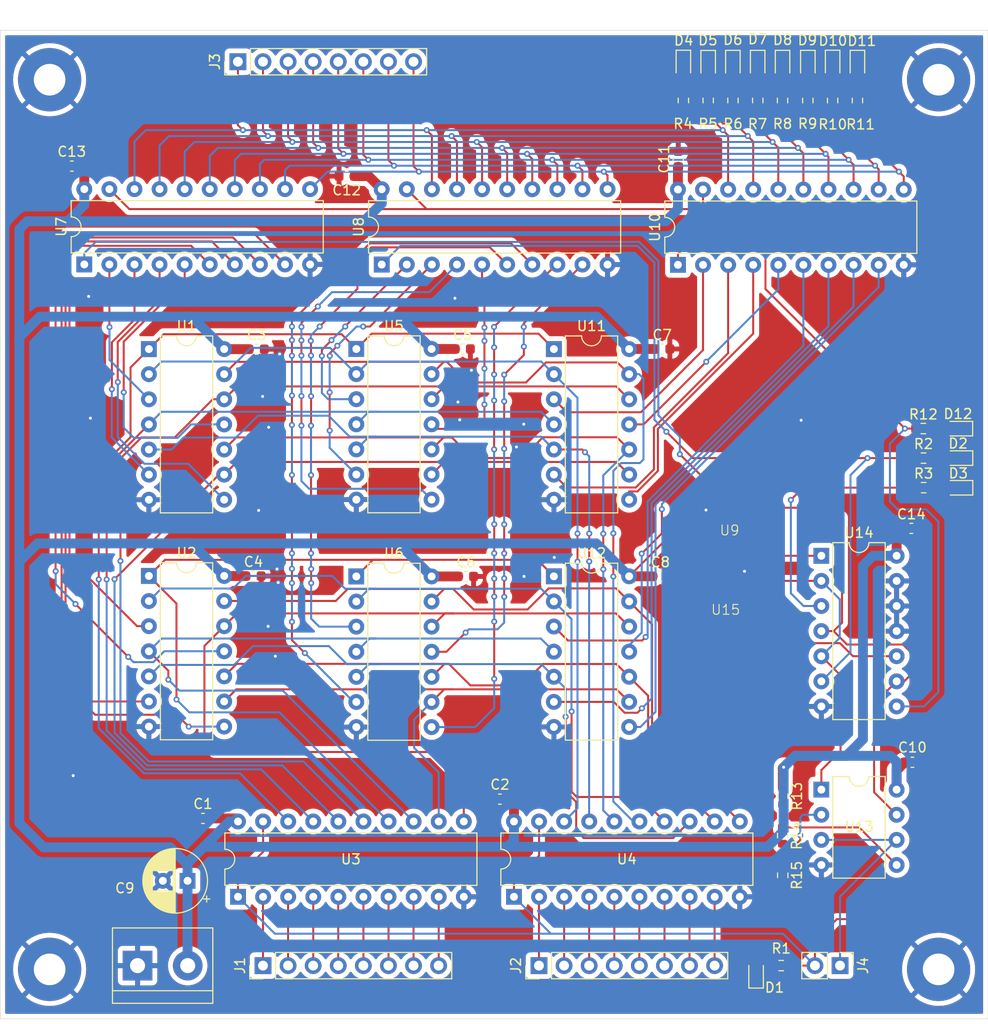
<source format=kicad_pcb>
(kicad_pcb (version 20240108) (generator "pcbnew") (generator_version "8.0")
  (layers (0 "F.Cu" signal) (31 "B.Cu" signal) (34 "B.Paste" user) (35 "F.Paste" user) (36 "B.SilkS" user "B.Silkscreen") (37 "F.SilkS" user "F.Silkscreen") (38 "B.Mask" user) (39 "F.Mask" user) (44 "Edge.Cuts" user))
  (net 0 "")
  (net 1 "+5V")
  (net 2 "GND")
  (net 3 "Net-(D1-A)")
  (net 4 "Net-(D2-A)")
  (net 5 "Net-(D3-A)")
  (net 6 "Net-(D4-A)")
  (net 7 "Net-(D5-A)")
  (net 8 "Net-(D6-A)")
  (net 9 "Net-(D7-A)")
  (net 10 "Net-(D8-A)")
  (net 11 "Net-(D9-A)")
  (net 12 "Net-(D10-A)")
  (net 13 "Net-(D11-A)")
  (net 14 "Net-(J1-Pin_8)")
  (net 15 "Net-(J1-Pin_1)")
  (net 16 "Net-(J1-Pin_4)")
  (net 17 "Net-(J1-Pin_5)")
  (net 18 "Net-(J1-Pin_2)")
  (net 19 "Net-(J1-Pin_7)")
  (net 20 "Net-(J1-Pin_3)")
  (net 21 "Net-(J1-Pin_6)")
  (net 22 "Net-(J2-Pin_4)")
  (net 23 "Net-(J2-Pin_2)")
  (net 24 "Net-(J2-Pin_8)")
  (net 25 "Net-(J2-Pin_3)")
  (net 26 "Net-(J2-Pin_7)")
  (net 27 "Net-(J2-Pin_1)")
  (net 28 "Net-(J2-Pin_6)")
  (net 29 "Net-(J2-Pin_5)")
  (net 30 "Net-(J3-Pin_2)")
  (net 31 "Net-(J3-Pin_3)")
  (net 32 "Net-(J3-Pin_8)")
  (net 33 "Net-(J3-Pin_7)")
  (net 34 "Net-(J3-Pin_6)")
  (net 35 "Net-(J3-Pin_4)")
  (net 36 "Net-(J3-Pin_1)")
  (net 37 "Net-(J3-Pin_5)")
  (net 38 "Net-(J4-Pin_2)")
  (net 39 "Net-(J4-Pin_1)")
  (net 40 "Net-(U7-G1)")
  (net 41 "/B0")
  (net 42 "/A1")
  (net 43 "/C1")
  (net 44 "/B2")
  (net 45 "/A0")
  (net 46 "/C3")
  (net 47 "/C2")
  (net 48 "/B1")
  (net 49 "/B3")
  (net 50 "/A2")
  (net 51 "/C0")
  (net 52 "/A3")
  (net 53 "/A5")
  (net 54 "/B6")
  (net 55 "/A4")
  (net 56 "/B7")
  (net 57 "/B4")
  (net 58 "/B5")
  (net 59 "/A6")
  (net 60 "/C6")
  (net 61 "/C5")
  (net 62 "/A7")
  (net 63 "/C4")
  (net 64 "/C7")
  (net 65 "/D0")
  (net 66 "/D3")
  (net 67 "/D1")
  (net 68 "/D2")
  (net 69 "/D6")
  (net 70 "/D5")
  (net 71 "/D7")
  (net 72 "/D4")
  (net 73 "Net-(D12-A)")
  (net 74 "Net-(U8-G1)")
  (net 75 "Net-(U10-G1)")
  (net 76 "Net-(U13B-+)")
  (net 77 "Net-(U13A--)")
  (net 78 "Net-(U14-Pad1)")
  (net 79 "Net-(U13-Pad7)")
  (net 80 "/E5")
  (net 81 "/E4")
  (net 82 "/E2")
  (net 83 "/E0")
  (net 84 "/E7")
  (net 85 "/E1")
  (net 86 "/E3")
  (net 87 "/E6")
  (net 88 "Net-(U13-Pad1)")
  (net 89 "Net-(U14-Pad10)")
  (footprint "Resistor_SMD:R_0603_1608Metric" (layer "F.Cu") (at 154.21 121.465 -90)
    (property "Reference" "R14")
    (property "Value" "100k")
  )
  (footprint "LED_SMD:LED_0603_1608Metric" (layer "F.Cu") (at 171.9725 83.28 180)
    (property "Reference" "D2")
    (property "Value" "LED_Small" (hide yes))
  )
  (footprint "Package_DIP:DIP-14_W7.62mm" (layer "F.Cu") (at 131.05 95.24)
    (property "Reference" "U12")
    (property "Value" "74LS86")
  )
  (footprint "Resistor_SMD:R_0603_1608Metric" (layer "F.Cu") (at 168.455 80.29)
    (property "Reference" "R12")
    (property "Value" "R_Small" (hide yes))
  )
  (footprint "Resistor_SMD:R_0603_1608Metric" (layer "F.Cu") (at 159.27 47.105 90)
    (property "Reference" "R10")
    (property "Value" "R_Small" (hide yes))
  )
  (footprint "Capacitor_SMD:C_0603_1608Metric" (layer "F.Cu") (at 110.075 54.75 180)
    (property "Reference" "C12")
    (property "Value" "C_Small" (hide yes))
  )
  (footprint "Connector_PinHeader_2.54mm:PinHeader_1x08_P2.54mm_Vertical" (layer "F.Cu") (at 129.54 134.62 90)
    (property "Reference" "J2")
    (property "Value" "Conn_01x08_Pin" (hide yes))
  )
  (footprint "Resistor_SMD:R_0603_1608Metric" (layer "F.Cu") (at 156.76 47.105 90)
    (property "Reference" "R9")
    (property "Value" "R_Small" (hide yes))
  )
  (footprint "LED_SMD:LED_0603_1608Metric" (layer "F.Cu") (at 161.78 43.5125 -90)
    (property "Reference" "D11")
    (property "Value" "LED_Small" (hide yes))
  )
  (footprint "Capacitor_SMD:C_0603_1608Metric" (layer "F.Cu") (at 167.24 90.39)
    (property "Reference" "C14")
    (property "Value" "C_Small" (hide yes))
  )
  (footprint "Resistor_SMD:R_0603_1608Metric" (layer "F.Cu") (at 144.16 47.1 90)
    (property "Reference" "R4")
    (property "Value" "R_Small" (hide yes))
  )
  (footprint "Resistor_SMD:R_0603_1608Metric" (layer "F.Cu") (at 146.67 47.1 90)
    (property "Reference" "R5")
    (property "Value" "R_Small" (hide yes))
  )
  (footprint "" (layer "F.Cu") (at 170 135)
    (property "Reference" "")
    (property "Value" "")
  )
  (footprint "Package_DIP:DIP-14_W7.62mm" (layer "F.Cu") (at 90.05 95.2)
    (property "Reference" "U2")
    (property "Value" "74LS08")
  )
  (footprint "Capacitor_SMD:C_0603_1608Metric" (layer "F.Cu") (at 82.25 53.74 180)
    (property "Reference" "C13")
    (property "Value" "C_Small" (hide yes))
  )
  (footprint "Connector_PinHeader_2.54mm:PinHeader_1x08_P2.54mm_Vertical" (layer "F.Cu") (at 101.6 134.62 90)
    (property "Reference" "J1")
    (property "Value" "Conn_01x08_Pin" (hide yes))
  )
  (footprint "LED_SMD:LED_0603_1608Metric" (layer "F.Cu") (at 144.16 43.5025 -90)
    (property "Reference" "D4")
    (property "Value" "LED_Small" (hide yes))
  )
  (footprint "Package_DIP:DIP-20_W7.62mm" (layer "F.Cu") (at 127.01 127.66 90)
    (property "Reference" "U4")
    (property "Value" "74AHC541")
  )
  (footprint "Capacitor_SMD:C_0603_1608Metric" (layer "F.Cu") (at 122.145 95.25)
    (property "Reference" "C6")
    (property "Value" "C_Small" (hide yes))
  )
  (footprint "Capacitor_SMD:C_0603_1608Metric" (layer "F.Cu") (at 121.82 72.24)
    (property "Reference" "C5")
    (property "Value" "C_Small" (hide yes))
  )
  (footprint "Package_DIP:DIP-14_W7.62mm" (layer "F.Cu") (at 111.05 95.25)
    (property "Reference" "U6")
    (property "Value" "74LS32")
  )
  (footprint "Capacitor_SMD:C_0603_1608Metric" (layer "F.Cu") (at 142.015 72.24)
    (property "Reference" "C7")
    (property "Value" "C_Small" (hide yes))
  )
  (footprint "LED_SMD:LED_0603_1608Metric" (layer "F.Cu") (at 171.9775 86.28 180)
    (property "Reference" "D3")
    (property "Value" "LED_Small" (hide yes))
  )
  (footprint "Capacitor_SMD:C_0603_1608Metric" (layer "F.Cu") (at 100.635 95.21)
    (property "Reference" "C4")
    (property "Value" "C_Small" (hide yes))
  )
  (footprint "Connector_PinHeader_2.54mm:PinHeader_1x08_P2.54mm_Vertical" (layer "F.Cu") (at 99.06 43.18 90)
    (property "Reference" "J3")
    (property "Value" "Conn_01x08_Pin")
  )
  (footprint "Resistor_SMD:R_0603_1608Metric" (layer "F.Cu") (at 154.23 117.485 -90)
    (property "Reference" "R13")
    (property "Value" "51k")
  )
  (footprint "Capacitor_SMD:C_0603_1608Metric" (layer "F.Cu") (at 143.64 53.03 90)
    (property "Reference" "C11")
    (property "Value" "C_Small" (hide yes))
  )
  (footprint "Package_DIP:DIP-20_W7.62mm" (layer "F.Cu") (at 99.07 127.66 90)
    (property "Reference" "U3")
    (property "Value" "74AHC541")
  )
  (footprint "LED_SMD:LED_0603_1608Metric" (layer "F.Cu") (at 156.76 43.5125 -90)
    (property "Reference" "D9")
    (property "Value" "LED_Small" (hide yes))
  )
  (footprint "Capacitor_SMD:C_0603_1608Metric" (layer "F.Cu") (at 167.35 114.05)
    (property "Reference" "C10")
    (property "Value" "C_Small" (hide yes))
  )
  (footprint "MountingHole:MountingHole_3.2mm_M3_Pad" (layer "F.Cu") (at 80 135)
    (property "Reference" "REF**" (hide yes))
    (property "Value" "MountingHole_3.2mm_M3_Pad" (hide yes))
  )
  (footprint "Resistor_SMD:R_0603_1608Metric" (layer "F.Cu") (at 154.065 134.62 180)
    (property "Reference" "R1")
    (property "Value" "R_Small" (hide yes))
  )
  (footprint "Package_DIP:DIP-14_W7.62mm" (layer "F.Cu") (at 111.05 72.24)
    (property "Reference" "U5")
    (property "Value" "74LS32")
  )
  (footprint "MountingHole:MountingHole_3.2mm_M3_Pad" (layer "F.Cu") (at 170 45)
    (property "Reference" "REF**" (hide yes))
    (property "Value" "MountingHole_3.2mm_M3_Pad" (hide yes))
  )
  (footprint "" (layer "F.Cu") (at 80 45)
    (property "Reference" "")
    (property "Value" "")
  )
  (footprint "Package_DIP:DIP-14_W7.62mm" (layer "F.Cu") (at 90.05 72.25)
    (property "Reference" "U1")
    (property "Value" "74LS08")
  )
  (footprint "Resistor_SMD:R_0603_1608Metric" (layer "F.Cu") (at 154.2 47.1 90)
    (property "Reference" "R8")
    (property "Value" "R_Small" (hide yes))
  )
  (footprint "TerminalBlock:TerminalBlock_bornier-2_P5.08mm" (layer "F.Cu") (at 88.9 134.62)
    (property "Reference" "J5" (hide yes))
    (property "Value" "Screw_Terminal_01x02")
  )
  (footprint "Package_DIP:DIP-14_W7.62mm" (layer "F.Cu") (at 131.05 72.25)
    (property "Reference" "U11")
    (property "Value" "74LS86")
  )
  (footprint "Resistor_SMD:R_0603_1608Metric" (layer "F.Cu") (at 168.475 83.28)
    (property "Reference" "R2")
    (property "Value" "R_Small" (hide yes))
  )
  (footprint "Resistor_SMD:R_0603_1608Metric" (layer "F.Cu") (at 154.22 125.485 -90)
    (property "Reference" "R15")
    (property "Value" "51k")
  )
  (footprint "Resistor_SMD:R_0603_1608Metric" (layer "F.Cu") (at 168.485 86.27)
    (property "Reference" "R3")
    (property "Value" "R_Small" (hide yes))
  )
  (footprint "Resistor_SMD:R_0603_1608Metric" (layer "F.Cu") (at 149.18 47.1 90)
    (property "Reference" "R6")
    (property "Value" "R_Small" (hide yes))
  )
  (footprint "Resistor_SMD:R_0603_1608Metric" (layer "F.Cu") (at 161.78 47.105 90)
    (property "Reference" "R11")
    (property "Value" "R_Small" (hide yes))
  )
  (footprint "LED_SMD:LED_0603_1608Metric" (layer "F.Cu") (at 151.68 43.5125 -90)
    (property "Reference" "D7")
    (property "Value" "LED_Small" (hide yes))
  )
  (footprint "LED_SMD:LED_0603_1608Metric" (layer "F.Cu") (at 146.67 43.5225 -90)
    (property "Reference" "D5")
    (property "Value" "LED_Small" (hide yes))
  )
  (footprint "Package_DIP:DIP-8_W7.62mm" (layer "F.Cu") (at 158.13 116.82)
    (property "Reference" "U13")
    (property "Value" "MCP602" (hide yes))
  )
  (footprint "LED_SMD:LED_0603_1608Metric" (layer "F.Cu") (at 151.52 135.4075 90)
    (property "Reference" "D1")
    (property "Value" "LED_Small" (hide yes))
  )
  (footprint "Library:ssop5-p-0.65a" (layer "F.Cu") (at 150.9 90.6 -90)
    (property "Reference" "U9")
    (property "Value" "74AHC1GU04" (hide yes))
  )
  (footprint "Package_DIP:DIP-20_W7.62mm" (layer "F.Cu") (at 113.62 63.7 90)
    (property "Reference" "U8")
    (property "Value" "74AHC541")
  )
  (footprint "Connector_PinHeader_2.54mm:PinHeader_1x02_P2.54mm_Vertical" (layer "F.Cu") (at 160.02 134.62 -90)
    (property "Reference" "J4")
    (property "Value" "Conn_01x02_Pin" (hide yes))
  )
  (footprint "Library:ssop5-p-0.65a" (layer "F.Cu") (at 150.9 98.6 -90)
    (property "Reference" "U15")
    (property "Value" "74AHC1GU04" (hide yes))
  )
  (footprint "LED_SMD:LED_0603_1608Metric" (layer "F.Cu") (at 154.2 43.5125 -90)
    (property "Reference" "D8")
    (property "Value" "LED_Small" (hide yes))
  )
  (footprint "Capacitor_THT:CP_Radial_D6.3mm_P2.50mm" (layer "F.Cu") (at 93.96238 126.04 180)
    (property "Reference" "C9")
    (property "Value" "C_Polarized_Small" (hide yes))
  )
  (footprint "Capacitor_SMD:C_0603_1608Metric" (layer "F.Cu") (at 100.955 72.26)
    (property "Reference" "C3")
    (property "Value" "C_Small" (hide yes))
  )
  (footprint "Capacitor_SMD:C_0603_1608Metric" (layer "F.Cu") (at 141.825 95.24)
    (property "Reference" "C8")
    (property "Value" "C_Small" (hide yes))
  )
  (footprint "Package_DIP:DIP-20_W7.62mm" (layer "F.Cu") (at 143.61 63.73 90)
    (property "Reference" "U10")
    (property "Value" "74AHC541")
  )
  (footprint "LED_SMD:LED_0603_1608Metric" (layer "F.Cu") (at 159.27 43.5025 -90)
    (property "Reference" "D10")
    (property "Value" "LED_Small" (hide yes))
  )
  (footprint "Capacitor_SMD:C_0603_1608Metric" (layer "F.Cu") (at 95.525 119.73 180)
    (property "Reference" "C1")
    (property "Value" "C_Small" (hide yes))
  )
  (footprint "LED_SMD:LED_0603_1608Metric" (layer "F.Cu") (at 149.17 43.5125 -90)
    (property "Reference" "D6")
    (property "Value" "LED_Small" (hide yes))
  )
  (footprint "Resistor_SMD:R_0603_1608Metric" (layer "F.Cu") (at 151.69 47.1 90)
    (property "Reference" "R7")
    (property "Value" "R_Small" (hide yes))
  )
  (footprint "Capacitor_SMD:C_0603_1608Metric" (layer "F.Cu") (at 125.585 117.78 180)
    (property "Reference" "C2")
    (property "Value" "C_Small" (hide yes))
  )
  (footprint "Package_DIP:DIP-20_W7.62mm" (layer "F.Cu") (at 83.51 63.69 90)
    (property "Reference" "U7")
    (property "Value" "74AHC541")
  )
  (footprint "LED_SMD:LED_0603_1608Metric" (layer "F.Cu") (at 171.96 80.3 180)
    (property "Reference" "D12")
    (property "Value" "LED_Small" (hide yes))
  )
  (footprint "Package_DIP:DIP-14_W7.62mm" (layer "F.Cu") (at 158.13 93.16)
    (property "Reference" "U14")
    (property "Value" "74LS08")
  )
  (gr_rect (start 75 40) (end 175 140) (stroke (width 0.05)) (fill none) (layer "Edge.Cuts"))
  (segment (start 148.55 91.68) (end 148.09 91.22) (width 0.2) (layer "F.Cu") (net 1))
  (segment (start 149.66 98.56) (end 148.55 97.45) (width 0.2) (layer "F.Cu") (net 1))
  (segment (start 121.37 95.25) (end 118.67 95.25) (width 1) (layer "F.Cu") (net 1))
  (segment (start 121.045 72.24) (end 118.67 72.24) (width 1) (layer "F.Cu") (net 1))
  (segment (start 154.23 114.63) (end 154.23 116.66) (width 1) (layer "F.Cu") (net 1))
  (segment (start 138.68 72.24) (end 138.67 72.25) (width 1) (layer "F.Cu") (net 1))
  (segment (start 100.18 72.26) (end 97.68 72.26) (width 1) (layer "F.Cu") (net 1))
  (segment (start 151.08 98.56) (end 149.66 98.56) (width 0.2) (layer "F.Cu") (net 1))
  (segment (start 165.75 91.105) (end 166.465 90.39) (width 1) (layer "F.Cu") (net 1))
  (segment (start 97.68 95.21) (end 97.67 95.2) (width 1) (layer "F.Cu") (net 1))
  (segment (start 113.62 56.07) (end 112.3 54.75) (width 1) (layer "F.Cu") (net 1))
  (segment (start 99.86 95.21) (end 97.68 95.21) (width 1) (layer "F.Cu") (net 1))
  (segment (start 138.67 95.24) (end 141.05 95.24) (width 1) (layer "F.Cu") (net 1))
  (segment (start 112.3 54.75) (end 110.85 54.75) (width 1) (layer "F.Cu") (net 1))
  (segment (start 151.28 90.66) (end 151.55 90.93) (width 0.2) (layer "F.Cu") (net 1))
  (segment (start 127.01 120.04) (end 127.01 118.43) (width 1) (layer "F.Cu") (net 1))
  (segment (start 83.51 54.225) (end 83.025 53.74) (width 1) (layer "F.Cu") (net 1))
  (segment (start 165.75 93.16) (end 165.75 91.105) (width 1) (layer "F.Cu") (net 1))
  (segment (start 83.51 56.07) (end 83.51 54.225) (width 1) (layer "F.Cu") (net 1))
  (segment (start 98.76 119.73) (end 99.07 120.04) (width 1) (layer "F.Cu") (net 1))
  (segment (start 142.69 91.22) (end 148.09 91.22) (width 0.2) (layer "F.Cu") (net 1))
  (segment (start 96.3 119.73) (end 98.76 119.73) (width 1) (layer "F.Cu") (net 1))
  (segment (start 143.61 56.11) (end 143.61 53.835) (width 1) (layer "F.Cu") (net 1))
  (segment (start 97.68 72.26) (end 97.67 72.25) (width 1) (layer "F.Cu") (net 1))
  (segment (start 148.55 97.45) (end 148.55 91.68) (width 0.2) (layer "F.Cu") (net 1))
  (segment (start 165.75 116.82) (end 165.75 114.875) (width 1) (layer "F.Cu") (net 1))
  (segment (start 113.6 56.06) (end 113.62 56.08) (width 1) (layer "F.Cu") (net 1))
  (segment (start 151.55 90.93) (end 151.55 91.6) (width 0.2) (layer "F.Cu") (net 1))
  (segment (start 148.65 90.66) (end 151.28 90.66) (width 0.2) (layer "F.Cu") (net 1))
  (segment (start 165.75 114.875) (end 166.575 114.05) (width 1) (layer "F.Cu") (net 1))
  (segment (start 151.55 99.6) (end 151.55 99.03) (width 0.2) (layer "F.Cu") (net 1))
  (segment (start 143.61 53.835) (end 143.64 53.805) (width 1) (layer "F.Cu") (net 1))
  (segment (start 138.67 95.24) (end 142.69 91.22) (width 0.2) (layer "F.Cu") (net 1))
  (segment (start 141.24 72.24) (end 138.68 72.24) (width 1) (layer "F.Cu") (net 1))
  (segment (start 154.31 114.55) (end 154.23 114.63) (width 1) (layer "F.Cu") (net 1))
  (segment (start 148.09 91.22) (end 148.65 90.66) (width 0.2) (layer "F.Cu") (net 1))
  (segment (start 113.62 56.08) (end 113.62 56.07) (width 1) (layer "F.Cu") (net 1))
  (segment (start 151.55 99.03) (end 151.08 98.56) (width 0.2) (layer "F.Cu") (net 1))
  (segment (start 127.01 118.43) (end 126.36 117.78) (width 1) (layer "F.Cu") (net 1))
  (via (at 154.31 114.55) (size 0.6) (drill 0.3) (layers "F.Cu" "B.Cu") (net 1))
  (segment (start 98.18 120.04) (end 93.96238 124.25762) (width 1) (layer "B.Cu") (net 1))
  (segment (start 80.71 59.32) (end 110.5 59.32) (width 1) (layer "B.Cu") (net 1))
  (segment (start 93.35 91.91) (end 114.45 91.91) (width 1) (layer "B.Cu") (net 1))
  (segment (start 126.37 122.6) (end 127.01 121.96) (width 1) (layer "B.Cu") (net 1))
  (segment (start 114.45 91.91) (end 135.34 91.91) (width 1) (layer "B.Cu") (net 1))
  (segment (start 76.93 71.05) (end 79.01 68.97) (width 1) (layer "B.Cu") (net 1))
  (segment (start 154.31 114.55) (end 155.46 113.4) (width 1) (layer "B.Cu") (net 1))
  (segment (start 127.01 121.96) (end 127.01 120.04) (width 1) (layer "B.Cu") (net 1))
  (segment (start 118.67 95.25) (end 115.33 91.91) (width 1) (layer "B.Cu") (net 1))
  (segment (start 154.31 114.55) (end 154.31 120.99) (width 1) (layer "B.Cu") (net 1))
  (segment (start 77.73 59.32) (end 80.71 59.32) (width 1) (layer "B.Cu") (net 1))
  (segment (start 93.4 68.97) (end 114.47 68.97) (width 1) (layer "B.Cu") (net 1))
  (segment (start 115.33 91.91) (end 114.45 91.91) (width 1) (layer "B.Cu") (net 1))
  (segment (start 99.07 120.04) (end 98.18 120.04) (width 1) (layer "B.Cu") (net 1))
  (segment (start 135.34 91.91) (end 138.67 95.24) (width 1) (layer "B.Cu") (net 1))
  (segment (start 115.4 68.97) (end 114.47 68.97) (width 1) (layer "B.Cu") (net 1))
  (segment (start 76.93 120.2) (end 76.93 94.43) (width 1) (layer "B.Cu") (net 1))
  (segment (start 143.61 58.09) (end 143.61 56.11) (width 1) (layer "B.Cu") (net 1))
  (segment (start 162.34 94.17) (end 163.35 93.16) (width 1) (layer "B.Cu") (net 1))
  (segment (start 92.2 122.65) (end 79.38 122.65) (width 1) (layer "B.Cu") (net 1))
  (segment (start 76.93 94.43) (end 76.93 93.76) (width 1) (layer "B.Cu") (net 1))
  (segment (start 155.46 113.4) (end 160.67 113.4) (width 1) (layer "B.Cu") (net 1))
  (segment (start 113.62 57.52) (end 111.82 59.32) (width 1) (layer "B.Cu") (net 1))
  (segment (start 152.7 122.6) (end 126.37 122.6) (width 1) (layer "B.Cu") (net 1))
  (segment (start 76.93 71.84) (end 76.93 60.12) (width 1) (layer "B.Cu") (net 1))
  (segment (start 110.5 59.32) (end 142.38 59.32) (width 1) (layer "B.Cu") (net 1))
  (segment (start 76.93 94.43) (end 76.93 71.84) (width 1) (layer "B.Cu") (net 1))
  (segment (start 81.86 59.32) (end 80.71 59.32) (width 1) (layer "B.Cu") (net 1))
  (segment (start 93.96238 134.60238) (end 93.98 134.62) (width 1) (layer "B.Cu") (net 1))
  (segment (start 76.93 60.12) (end 77.73 59.32) (width 1) (layer "B.Cu") (net 1))
  (segment (start 118.67 72.24) (end 115.4 68.97) (width 1) (layer "B.Cu") (net 1))
  (segment (start 135.39 68.97) (end 138.67 72.25) (width 1) (layer "B.Cu") (net 1))
  (segment (start 95.62 122.6) (end 93.96238 124.25762) (width 1) (layer "B.Cu") (net 1))
  (segment (start 97.67 95.2) (end 94.38 91.91) (width 1) (layer "B.Cu") (net 1))
  (segment (start 154.31 120.99) (end 152.7 122.6) (width 1) (layer "B.Cu") (net 1))
  (segment (start 99.07 120.04) (end 98.98 120.04) (width 1) (layer "B.Cu") (net 1))
  (segment (start 83.51 56.07) (end 83.51 57.67) (width 1) (layer "B.Cu") (net 1))
  (segment (start 97.67 72.25) (end 94.39 68.97) (width 1) (layer "B.Cu") (net 1))
  (segment (start 79.01 68.97) (end 93.4 68.97) (width 1) (layer "B.Cu") (net 1))
  (segment (start 78.78 91.91) (end 93.35 91.91) (width 1) (layer "B.Cu") (net 1))
  (segment (start 93.96238 126.04) (end 93.96238 134.60238) (width 1) (layer "B.Cu") (net 1))
  (segment (start 142.38 59.32) (end 143.61 58.09) (width 1) (layer "B.Cu") (net 1))
  (segment (start 165.13 113.4) (end 165.75 114.02) (width 1) (layer "B.Cu") (net 1))
  (segment (start 163.35 93.16) (end 165.75 93.16) (width 1) (layer "B.Cu") (net 1))
  (segment (start 76.93 93.76) (end 78.78 91.91) (width 1) (layer "B.Cu") (net 1))
  (segment (start 160.67 113.4) (end 162.34 111.73) (width 1) (layer "B.Cu") (net 1))
  (segment (start 162.34 111.73) (end 162.34 94.17) (width 1) (layer "B.Cu") (net 1))
  (segment (start 165.75 114.02) (end 165.75 116.82) (width 1) (layer "B.Cu") (net 1))
  (segment (start 155.46 113.4) (end 165.13 113.4) (width 1) (layer "B.Cu") (net 1))
  (segment (start 93.96238 124.41238) (end 92.2 122.65) (width 1) (layer "B.Cu") (net 1))
  (segment (start 79.38 122.65) (end 76.93 120.2) (width 1) (layer "B.Cu") (net 1))
  (segment (start 114.47 68.97) (end 135.39 68.97) (width 1) (layer "B.Cu") (net 1))
  (segment (start 76.93 71.84) (end 76.93 71.05) (width 1) (layer "B.Cu") (net 1))
  (segment (start 126.37 122.6) (end 95.62 122.6) (width 1) (layer "B.Cu") (net 1))
  (segment (start 113.62 56.08) (end 113.62 57.52) (width 1) (layer "B.Cu") (net 1))
  (segment (start 94.38 91.91) (end 93.35 91.91) (width 1) (layer "B.Cu") (net 1))
  (segment (start 93.96238 124.25762) (end 93.96238 126.04) (width 1) (layer "B.Cu") (net 1))
  (segment (start 94.39 68.97) (end 93.4 68.97) (width 1) (layer "B.Cu") (net 1))
  (segment (start 83.51 57.67) (end 81.86 59.32) (width 1) (layer "B.Cu") (net 1))
  (segment (start 111.82 59.32) (end 110.5 59.32) (width 1) (layer "B.Cu") (net 1))
  (via (at 102.18 80.16) (size 0.6) (drill 0.3) (layers "F.Cu" "B.Cu") (net 2))
  (via (at 127.26 82.15) (size 0.6) (drill 0.3) (layers "F.Cu" "B.Cu") (net 2))
  (via (at 128.03 95.25) (size 0.6) (drill 0.3) (layers "F.Cu" "B.Cu") (net 2))
  (via (at 122.7 74.39) (size 0.6) (drill 0.3) (layers "F.Cu" "B.Cu") (net 2))
  (via (at 103.14 95.87) (size 0.6) (drill 0.3) (layers "F.Cu" "B.Cu") (net 2))
  (via (at 102.12 100.3) (size 0.6) (drill 0.3) (layers "F.Cu" "B.Cu") (net 2))
  (via (at 101.16 88.57) (size 0.6) (drill 0.3) (layers "F.Cu" "B.Cu") (net 2))
  (via (at 83.95 66.92) (size 0.6) (drill 0.3) (layers "F.Cu" "B.Cu") (net 2))
  (via (at 121.34 77.61) (size 0.6) (drill 0.3) (layers "F.Cu" "B.Cu") (net 2))
  (via (at 121.52 79.41) (size 0.6) (drill 0.3) (layers "F.Cu" "B.Cu") (net 2))
  (via (at 82.38 115.4) (size 0.6) (drill 0.3) (layers "F.Cu" "B.Cu") (net 2))
  (via (at 102.85 103.32) (size 0.6) (drill 0.3) (layers "F.Cu" "B.Cu") (net 2))
  (via (at 150.35 94.73) (size 0.6) (drill 0.3) (layers "F.Cu" "B.Cu") (net 2))
  (via (at 103.28 72.75) (size 0.6) (drill 0.3) (layers "F.Cu" "B.Cu") (net 2))
  (via (at 103.02 94.5) (size 0.6) (drill 0.3) (layers "F.Cu" "B.Cu") (net 2))
  (via (at 146.45 88.53) (size 0.6) (drill 0.3) (layers "F.Cu" "B.Cu") (net 2))
  (via (at 84.13 79.24) (size 0.6) (drill 0.3) (layers "F.Cu" "B.Cu") (net 2))
  (via (at 101.56 77.04) (size 0.6) (drill 0.3) (layers "F.Cu" "B.Cu") (net 2))
  (via (at 121.03 67.11) (size 0.6) (drill 0.3) (layers "F.Cu" "B.Cu") (net 2))
  (via (at 156.08 79.45) (size 0.6) (drill 0.3) (layers "F.Cu" "B.Cu") (net 2))
  (via (at 128 79.85) (size 0.6) (drill 0.3) (layers "F.Cu" "B.Cu") (net 2))
  (via (at 131.09 93.33) (size 0.6) (drill 0.3) (layers "F.Cu" "B.Cu") (net 2))
  (segment (start 151.52 134.62) (end 153.24 134.62) (width 0.2) (layer "F.Cu") (net 3))
  (segment (start 171.185 83.28) (end 169.3 83.28) (width 0.2) (layer "F.Cu") (net 4))
  (segment (start 171.18 86.27) (end 171.19 86.28) (width 0.2) (layer "F.Cu") (net 5))
  (segment (start 169.31 86.27) (end 171.18 86.27) (width 0.2) (layer "F.Cu") (net 5))
  (segment (start 144.16 46.275) (end 144.16 44.29) (width 0.2) (layer "F.Cu") (net 6))
  (segment (start 146.67 46.275) (end 146.67 44.31) (width 0.2) (layer "F.Cu") (net 7))
  (segment (start 149.17 46.265) (end 149.18 46.275) (width 0.2) (layer "F.Cu") (net 8))
  (segment (start 149.17 44.3) (end 149.17 46.265) (width 0.2) (layer "F.Cu") (net 8))
  (segment (start 151.69 44.31) (end 151.68 44.3) (width 0.2) (layer "F.Cu") (net 9))
  (segment (start 151.69 46.275) (end 151.69 44.31) (width 0.2) (layer "F.Cu") (net 9))
  (segment (start 154.2 46.275) (end 154.2 44.3) (width 0.2) (layer "F.Cu") (net 10))
  (segment (start 156.76 46.28) (end 156.76 44.3) (width 0.2) (layer "F.Cu") (net 11))
  (segment (start 159.27 46.28) (end 159.27 44.29) (width 0.2) (layer "F.Cu") (net 12))
  (segment (start 161.78 46.28) (end 161.78 44.3) (width 0.2) (layer "F.Cu") (net 13))
  (segment (start 119.39 127.66) (end 119.39 134.61) (width 0.2) (layer "F.Cu") (net 14))
  (segment (start 119.39 134.61) (end 119.38 134.62) (width 0.2) (layer "F.Cu") (net 14))
  (segment (start 101.6 134.62) (end 101.6 127.67) (width 0.2) (layer "F.Cu") (net 15))
  (segment (start 101.6 127.67) (end 101.61 127.66) (width 0.2) (layer "F.Cu") (net 15))
  (segment (start 109.22 134.62) (end 109.22 127.67) (width 0.2) (layer "F.Cu") (net 16))
  (segment (start 109.22 127.67) (end 109.23 127.66) (width 0.2) (layer "F.Cu") (net 16))
  (segment (start 111.77 134.61) (end 111.76 134.62) (width 0.2) (layer "F.Cu") (net 17))
  (segment (start 111.77 127.66) (end 111.77 134.61) (width 0.2) (layer "F.Cu") (net 17))
  (segment (start 104.14 127.67) (end 104.15 127.66) (width 0.2) (layer "F.Cu") (net 18))
  (segment (start 104.14 134.62) (end 104.14 127.67) (width 0.2) (layer "F.Cu") (net 18))
  (segment (start 116.84 127.67) (end 116.85 127.66) (width 0.2) (layer "F.Cu") (net 19))
  (segment (start 116.84 134.62) (end 116.84 127.67) (width 0.2) (layer "F.Cu") (net 19))
  (segment (start 106.69 134.61) (end 106.68 134.62) (width 0.2) (layer "F.Cu") (net 20))
  (segment (start 106.69 127.66) (end 106.69 134.61) (width 0.2) (layer "F.Cu") (net 20))
  (segment (start 114.31 134.61) (end 114.3 134.62) (width 0.2) (layer "F.Cu") (net 21))
  (segment (start 114.31 127.66) (end 114.31 134.61) (width 0.2) (layer "F.Cu") (net 21))
  (segment (start 137.17 127.66) (end 137.17 134.61) (width 0.2) (layer "F.Cu") (net 22))
  (segment (start 137.17 134.61) (end 137.16 134.62) (width 0.2) (layer "F.Cu") (net 22))
  (segment (start 132.09 134.61) (end 132.08 134.62) (width 0.2) (layer "F.Cu") (net 23))
  (segment (start 132.09 127.66) (end 132.09 134.61) (width 0.2) (layer "F.Cu") (net 23))
  (segment (start 147.32 127.67) (end 147.33 127.66) (width 0.2) (layer "F.Cu") (net 24))
  (segment (start 147.32 134.62) (end 147.32 127.67) (width 0.2) (layer "F.Cu") (net 24))
  (segment (start 134.62 127.67) (end 134.63 127.66) (width 0.2) (layer "F.Cu") (net 25))
  (segment (start 134.62 134.62) (end 134.62 127.67) (width 0.2) (layer "F.Cu") (net 25))
  (segment (start 144.78 134.62) (end 144.78 127.67) (width 0.2) (layer "F.Cu") (net 26))
  (segment (start 144.78 127.67) (end 144.79 127.66) (width 0.2) (layer "F.Cu") (net 26))
  (segment (start 129.54 127.67) (end 129.55 127.66) (width 0.2) (layer "F.Cu") (net 27))
  (segment (start 129.54 134.62) (end 129.54 127.67) (width 0.2) (layer "F.Cu") (net 27))
  (segment (start 142.25 127.66) (end 142.25 134.61) (width 0.2) (layer "F.Cu") (net 28))
  (segment (start 142.25 134.61) (end 142.24 134.62) (width 0.2) (layer "F.Cu") (net 28))
  (segment (start 139.7 134.62) (end 139.7 127.67) (width 0.2) (layer "F.Cu") (net 29))
  (segment (start 139.7 127.67) (end 139.71 127.66) (width 0.2) (layer "F.Cu") (net 29))
  (segment (start 101.6 50.19) (end 101.6 43.18) (width 0.2) (layer "F.Cu") (net 30))
  (segment (start 120.69 50.7) (end 121.24 51.25) (width 0.2) (layer "F.Cu") (net 30))
  (segment (start 102.11 50.7) (end 101.6 50.19) (width 0.2) (layer "F.Cu") (net 30))
  (segment (start 151.23 51.25) (end 150.68 50.7) (width 0.2) (layer "F.Cu") (net 30))
  (segment (start 121.24 51.25) (end 121.24 56.08) (width 0.2) (layer "F.Cu") (net 30))
  (segment (start 148.185 49.44) (end 146.67 47.925) (width 0.2) (layer "F.Cu") (net 30))
  (segment (start 150.68 50.7) (end 149.42 49.44) (width 0.2) (layer "F.Cu") (net 30))
  (segment (start 151.23 56.11) (end 151.23 51.25) (width 0.2) (layer "F.Cu") (net 30))
  (segment (start 149.42 49.44) (end 148.185 49.44) (width 0.2) (layer "F.Cu") (net 30))
  (via (at 102.11 50.7) (size 0.6) (drill 0.3) (layers "F.Cu" "B.Cu") (net 30))
  (via (at 150.68 50.7) (size 0.6) (drill 0.3) (layers "F.Cu" "B.Cu") (net 30))
  (via (at 120.69 50.7) (size 0.6) (drill 0.3) (layers "F.Cu" "B.Cu") (net 30))
  (segment (start 150.68 50.7) (end 120.69 50.7) (width 0.2) (layer "B.Cu") (net 30))
  (segment (start 92.08 50.7) (end 91.13 51.65) (width 0.2) (layer "B.Cu") (net 30))
  (segment (start 102.11 50.7) (end 92.08 50.7) (width 0.2) (layer "B.Cu") (net 30))
  (segment (start 120.69 50.7) (end 102.11 50.7) (width 0.2) (layer "B.Cu") (net 30))
  (segment (start 91.13 51.65) (end 91.13 56.07) (width 0.2) (layer "B.Cu") (net 30))
  (segment (start 123.2425 51.3) (end 123.78 51.8375) (width 0.2) (layer "F.Cu") (net 31))
  (segment (start 151.065 49.81) (end 149.18 47.925) (width 0.2) (layer "F.Cu") (net 31))
  (segment (start 123.78 51.8375) (end 123.78 56.08) (width 0.2) (layer "F.Cu") (net 31))
  (segment (start 104.57 51.21) (end 104.14 50.78) (width 0.2) (layer "F.Cu") (net 31))
  (segment (start 104.14 50.78) (end 104.14 43.18) (width 0.2) (layer "F.Cu") (net 31))
  (segment (start 153.19 51.3) (end 151.7 49.81) (width 0.2) (layer "F.Cu") (net 31))
  (segment (start 151.7 49.81) (end 151.065 49.81) (width 0.2) (layer "F.Cu") (net 31))
  (segment (start 153.77 56.11) (end 153.77 51.88) (width 0.2) (layer "F.Cu") (net 31))
  (segment (start 104.57 51.3) (end 104.57 51.21) (width 0.2) (layer "F.Cu") (net 31))
  (segment (start 153.77 51.88) (end 153.19 51.3) (width 0.2) (layer "F.Cu") (net 31))
  (via (at 104.57 51.3) (size 0.6) (drill 0.3) (layers "F.Cu" "B.Cu") (net 31))
  (via (at 123.2425 51.3) (size 0.6) (drill 0.3) (layers "F.Cu" "B.Cu") (net 31))
  (via (at 153.19 51.3) (size 0.6) (drill 0.3) (layers "F.Cu" "B.Cu") (net 31))
  (segment (start 94.65 51.3) (end 93.67 52.28) (width 0.2) (layer "B.Cu") (net 31))
  (segment (start 123.2425 51.3) (end 104.57 51.3) (width 0.2) (layer "B.Cu") (net 31))
  (segment (start 93.67 52.28) (end 93.67 56.07) (width 0.2) (layer "B.Cu") (net 31))
  (segment (start 153.19 51.3) (end 123.2425 51.3) (width 0.2) (layer "B.Cu") (net 31))
  (segment (start 104.57 51.3) (end 94.65 51.3) (width 0.2) (layer "B.Cu") (net 31))
  (segment (start 116.84 53.76) (end 116.84 43.18) (width 0.2) (layer "F.Cu") (net 32))
  (segment (start 161.78 50.1) (end 161.78 47.93) (width 0.2) (layer "F.Cu") (net 32))
  (segment (start 166.47 54.79) (end 165.98 54.3) (width 0.2) (layer "F.Cu") (net 32))
  (segment (start 117.38 54.3) (end 116.84 53.76) (width 0.2) (layer "F.Cu") (net 32))
  (segment (start 136.48 54.68) (end 136.1 54.3) (width 0.2) (layer "F.Cu") (net 32))
  (segment (start 166.47 56.11) (end 166.47 54.79) (width 0.2) (layer "F.Cu") (net 32))
  (segment (start 136.48 56.08) (end 136.48 54.68) (width 0.2) (layer "F.Cu") (net 32))
  (segment (start 165.98 54.3) (end 161.78 50.1) (width 0.2) (layer "F.Cu") (net 32))
  (via (at 165.98 54.3) (size 0.6) (drill 0.3) (layers "F.Cu" "B.Cu") (net 32))
  (via (at 117.38 54.3) (size 0.6) (drill 0.3) (layers "F.Cu" "B.Cu") (net 32))
  (via (at 136.1 54.3) (size 0.6) (drill 0.3) (layers "F.Cu" "B.Cu") (net 32))
  (segment (start 136.1 54.3) (end 165.98 54.3) (width 0.2) (layer "B.Cu") (net 32))
  (segment (start 117.38 54.3) (end 108.14 54.3) (width 0.2) (layer "B.Cu") (net 32))
  (segment (start 117.38 54.3) (end 136.1 54.3) (width 0.2) (layer "B.Cu") (net 32))
  (segment (start 108.14 54.3) (end 106.37 56.07) (width 0.2) (layer "B.Cu") (net 32))
  (segment (start 163.93 54.06) (end 163.57 53.7) (width 0.2) (layer "F.Cu") (net 33))
  (segment (start 163.57 53.7) (end 159.27 49.4) (width 0.2) (layer "F.Cu") (net 33))
  (segment (start 163.93 56.11) (end 163.93 54.06) (width 0.2) (layer "F.Cu") (net 33))
  (segment (start 114.3 53.14) (end 114.3 43.18) (width 0.2) (layer "F.Cu") (net 33))
  (segment (start 159.27 49.4) (end 159.27 47.93) (width 0.2) (layer "F.Cu") (net 33))
  (segment (start 114.86 53.7) (end 114.3 53.14) (width 0.2) (layer "F.Cu") (net 33))
  (segment (start 133.94 54.19) (end 133.94 56.08) (width 0.2) (layer "F.Cu") (net 33))
  (segment (start 133.45 53.7) (end 133.94 54.19) (width 0.2) (layer "F.Cu") (net 33))
  (via (at 114.86 53.7) (size 0.6) (drill 0.3) (layers "F.Cu" "B.Cu") (net 33))
  (via (at 163.57 53.7) (size 0.6) (drill 0.3) (layers "F.Cu" "B.Cu") (net 33))
  (via (at 133.45 53.7) (size 0.6) (drill 0.3) (layers "F.Cu" "B.Cu") (net 33))
  (segment (start 133.45 53.7) (end 114.86 53.7) (width 0.2) (layer "B.Cu") (net 33))
  (segment (start 103.83 54.15) (end 103.83 56.07) (width 0.2) (layer "B.Cu") (net 33))
  (segment (start 104.28 53.7) (end 103.83 54.15) (width 0.2) (layer "B.Cu") (net 33))
  (segment (start 163.57 53.7) (end 133.45 53.7) (width 0.2) (layer "B.Cu") (net 33))
  (segment (start 114.86 53.7) (end 104.28 53.7) (width 0.2) (layer "B.Cu") (net 33))
  (segment (start 156.76 48.97) (end 156.76 47.93) (width 0.2) (layer "F.Cu") (net 34))
  (segment (start 131.4 53.61) (end 131.4 56.08) (width 0.2) (layer "F.Cu") (net 34))
  (segment (start 160.89 53.1) (end 156.76 48.97) (width 0.2) (layer "F.Cu") (net 34))
  (segment (start 130.89 53.1) (end 131.4 53.61) (width 0.2) (layer "F.Cu") (net 34))
  (segment (start 111.76 52.595) (end 111.76 43.18) (width 0.2) (layer "F.Cu") (net 34))
  (segment (start 161.39 56.11) (end 161.39 53.6) (width 0.2) (layer "F.Cu") (net 34))
  (segment (start 161.39 53.6) (end 160.89 53.1) (width 0.2) (layer "F.Cu") (net 34))
  (segment (start 112.265 53.1) (end 111.76 52.595) (width 0.2) (layer "F.Cu") (net 34))
  (via (at 112.265 53.1) (size 0.6) (drill 0.3) (layers "F.Cu" "B.Cu") (net 34))
  (via (at 160.89 53.1) (size 0.6) (drill 0.3) (layers "F.Cu" "B.Cu") (net 34))
  (via (at 130.89 53.1) (size 0.6) (drill 0.3) (layers "F.Cu" "B.Cu") (net 34))
  (segment (start 160.89 53.1) (end 130.89 53.1) (width 0.2) (layer "B.Cu") (net 34))
  (segment (start 101.29 53.53) (end 101.29 56.07) (width 0.2) (layer "B.Cu") (net 34))
  (segment (start 112.265 53.1) (end 101.72 53.1) (width 0.2) (layer "B.Cu") (net 34))
  (segment (start 130.89 53.1) (end 112.265 53.1) (width 0.2) (layer "B.Cu") (net 34))
  (segment (start 101.72 53.1) (end 101.29 53.53) (width 0.2) (layer "B.Cu") (net 34))
  (segment (start 156.31 52.45) (end 155.76 51.9) (width 0.2) (layer "F.Cu") (net 35))
  (segment (start 151.785 47.925) (end 151.69 47.925) (width 0.2) (layer "F.Cu") (net 35))
  (segment (start 125.8 51.9) (end 126.32 52.42) (width 0.2) (layer "F.Cu") (net 35))
  (segment (start 156.31 56.11) (end 156.31 52.45) (width 0.2) (layer "F.Cu") (net 35))
  (segment (start 155.76 51.9) (end 151.785 47.925) (width 0.2) (layer "F.Cu") (net 35))
  (segment (start 126.32 52.42) (end 126.32 56.08) (width 0.2) (layer "F.Cu") (net 35))
  (segment (start 107.2 51.9) (end 106.68 51.38) (width 0.2) (layer "F.Cu") (net 35))
  (segment (start 106.68 51.38) (end 106.68 43.18) (width 0.2) (layer "F.Cu") (net 35))
  (via (at 155.76 51.9) (size 0.6) (drill 0.3) (layers "F.Cu" "B.Cu") (net 35))
  (via (at 125.8 51.9) (size 0.6) (drill 0.3) (layers "F.Cu" "B.Cu") (net 35))
  (via (at 107.2 51.9) (size 0.6) (drill 0.3) (layers "F.Cu" "B.Cu") (net 35))
  (segment (start 155.76 51.9) (end 125.8 51.9) (width 0.2) (layer "B.Cu") (net 35))
  (segment (start 97.03 51.9) (end 96.21 52.72) (width 0.2) (layer "B.Cu") (net 35))
  (segment (start 107.2 51.9) (end 97.03 51.9) (width 0.2) (layer "B.Cu") (net 35))
  (segment (start 125.8 51.9) (end 107.2 51.9) (width 0.2) (layer "B.Cu") (net 35))
  (segment (start 96.21 52.72) (end 96.21 56.07) (width 0.2) (layer "B.Cu") (net 35))
  (segment (start 118.7 56.08) (end 118.7 50.63) (width 0.2) (layer "F.Cu") (net 36))
  (segment (start 99.06 49.595) (end 99.06 43.18) (width 0.2) (layer "F.Cu") (net 36))
  (segment (start 147.5 49.45) (end 145.685 49.45) (width 0.2) (layer "F.Cu") (net 36))
  (segment (start 145.685 49.45) (end 144.16 47.925) (width 0.2) (layer "F.Cu") (net 36))
  (segment (start 148.69 50.64) (end 148.69 56.11) (width 0.2) (layer "F.Cu") (net 36))
  (segment (start 148.15 50.1) (end 147.5 49.45) (width 0.2) (layer "F.Cu") (net 36))
  (segment (start 148.15 50.1) (end 148.69 50.64) (width 0.2) (layer "F.Cu") (net 36))
  (segment (start 118.7 50.63) (end 118.17 50.1) (width 0.2) (layer "F.Cu") (net 36))
  (segment (start 99.565 50.1) (end 99.06 49.595) (width 0.2) (layer "F.Cu") (net 36))
  (via (at 148.15 50.1) (size 0.6) (drill 0.3) (layers "F.Cu" "B.Cu") (net 36))
  (via (at 99.565 50.1) (size 0.6) (drill 0.3) (layers "F.Cu" "B.Cu") (net 36))
  (via (at 118.17 50.1) (size 0.6) (drill 0.3) (layers "F.Cu" "B.Cu") (net 36))
  (segment (start 148.15 50.1) (end 118.17 50.1) (width 0.2) (layer "B.Cu") (net 36))
  (segment (start 89.73 50.1) (end 88.59 51.24) (width 0.2) (layer "B.Cu") (net 36))
  (segment (start 88.59 51.24) (end 88.59 56.07) (width 0.2) (layer "B.Cu") (net 36))
  (segment (start 118.17 50.1) (end 99.565 50.1) (width 0.2) (layer "B.Cu") (net 36))
  (segment (start 99.565 50.1) (end 89.73 50.1) (width 0.2) (layer "B.Cu") (net 36))
  (segment (start 128.34 52.5) (end 128.86 53.02) (width 0.2) (layer "F.Cu") (net 37))
  (segment (start 158.56 52.5) (end 154.2 48.14) (width 0.2) (layer "F.Cu") (net 37))
  (segment (start 158.85 52.79) (end 158.56 52.5) (width 0.2) (layer "F.Cu") (net 37))
  (segment (start 158.85 56.11) (end 158.85 52.79) (width 0.2) (layer "F.Cu") (net 37))
  (segment (start 109.22 51.97) (end 109.22 43.18) (width 0.2) (layer "F.Cu") (net 37))
  (segment (start 109.75 52.5) (end 109.22 51.97) (width 0.2) (layer "F.Cu") (net 37))
  (segment (start 154.2 48.14) (end 154.2 47.925) (width 0.2) (layer "F.Cu") (net 37))
  (segment (start 128.86 53.02) (end 128.86 56.08) (width 0.2) (layer "F.Cu") (net 37))
  (via (at 158.56 52.5) (size 0.6) (drill 0.3) (layers "F.Cu" "B.Cu") (net 37))
  (via (at 109.75 52.5) (size 0.6) (drill 0.3) (layers "F.Cu" "B.Cu") (net 37))
  (via (at 128.34 52.5) (size 0.6) (drill 0.3) (layers "F.Cu" "B.Cu") (net 37))
  (segment (start 99.37 52.5) (end 98.75 53.12) (width 0.2) (layer "B.Cu") (net 37))
  (segment (start 109.75 52.5) (end 99.37 52.5) (width 0.2) (layer "B.Cu") (net 37))
  (segment (start 98.75 53.12) (end 98.75 56.07) (width 0.2) (layer "B.Cu") (net 37))
  (segment (start 158.56 52.5) (end 128.34 52.5) (width 0.2) (layer "B.Cu") (net 37))
  (segment (start 128.34 52.5) (end 109.75 52.5) (width 0.2) (layer "B.Cu") (net 37))
  (segment (start 129.55 123.5) (end 129.55 120.04) (width 0.2) (layer "F.Cu") (net 38))
  (segment (start 146.15 56.11) (end 146.15 57.39) (width 0.2) (layer "F.Cu") (net 38))
  (segment (start 118.17 58.09) (end 88.07 58.09) (width 0.2) (layer "F.Cu") (net 38))
  (segment (start 169.81 129.92) (end 172.01 127.72) (width 0.2) (layer "F.Cu") (net 38))
  (segment (start 154.89 134.62) (end 157.48 134.62) (width 0.2) (layer "F.Cu") (net 38))
  (segment (start 127.01 126.04) (end 129.55 123.5) (width 0.2) (layer "F.Cu") (net 38))
  (segment (start 172.01 60.49) (end 169.61 58.09) (width 0.2) (layer "F.Cu") (net 38))
  (segment (start 169.61 58.09) (end 145.58 58.09) (width 0.2) (layer "F.Cu") (net 38))
  (segment (start 159.7 129.92) (end 169.81 129.92) (width 0.2) (layer "F.Cu") (net 38))
  (segment (start 99.07 127.66) (end 99.07 125.65) (width 0.2) (layer "F.Cu") (net 38))
  (segment (start 172.01 127.72) (end 172.01 60.49) (width 0.2) (layer "F.Cu") (net 38))
  (segment (start 118.17 58.09) (end 116.16 56.08) (width 0.2) (layer "F.Cu") (net 38))
  (segment (start 127.01 127.66) (end 127.01 126.04) (width 0.2) (layer "F.Cu") (net 38))
  (segment (start 146.85 58.09) (end 145.58 58.09) (width 0.2) (layer "F.Cu") (net 38))
  (segment (start 101.61 123.11) (end 101.61 120.04) (width 0.2) (layer "F.Cu") (net 38))
  (segment (start 88.07 58.09) (end 86.05 56.07) (width 0.2) (layer "F.Cu") (net 38))
  (segment (start 145.58 58.09) (end 118.17 58.09) (width 0.2) (layer "F.Cu") (net 38))
  (segment (start 99.07 125.65) (end 101.61 123.11) (width 0.2) (layer "F.Cu") (net 38))
  (segment (start 157.48 132.14) (end 159.7 129.92) (width 0.2) (layer "F.Cu") (net 38))
  (segment (start 146.15 57.39) (end 146.85 58.09) (width 0.2) (layer "F.Cu") (net 38))
  (segment (start 157.48 134.62) (end 157.48 132.14) (width 0.2) (layer "F.Cu") (net 38))
  (segment (start 102.8 131.39) (end 99.07 127.66) (width 0.2) (layer "B.Cu") (net 38))
  (segment (start 130.74 131.39) (end 102.8 131.39) (width 0.2) (layer "B.Cu") (net 38))
  (segment (start 86.04 56.06) (end 86.05 56.07) (width 0.2) (layer "B.Cu") (net 38))
  (segment (start 157.48 134.62) (end 154.25 131.39) (width 0.2) (layer "B.Cu") (net 38))
  (segment (start 154.25 131.39) (end 130.74 131.39) (width 0.2) (layer "B.Cu") (net 38))
  (segment (start 130.74 131.39) (end 127.01 127.66) (width 0.2) (layer "B.Cu") (net 38))
  (segment (start 165.75 121.9) (end 158.13 121.9) (width 0.2) (layer "B.Cu") (net 39))
  (segment (start 160.02 134.62) (end 160.02 127.63) (width 0.2) (layer "B.Cu") (net 39))
  (segment (start 160.02 127.63) (end 165.75 121.9) (width 0.2) (layer "B.Cu") (net 39))
  (segment (start 147.18 86.27) (end 156.28 86.27) (width 0.2) (layer "F.Cu") (net 40))
  (segment (start 143.8 82.89) (end 147.18 86.27) (width 0.2) (layer "F.Cu") (net 40))
  (segment (start 167.66 86.27) (end 156.28 86.27) (width 0.2) (layer "F.Cu") (net 40))
  (segment (start 156.28 86.27) (end 155.04 87.51) (width 0.2) (layer "F.Cu") (net 40))
  (via (at 155.04 87.51) (size 0.6) (drill 0.3) (layers "F.Cu" "B.Cu") (net 40))
  (via (at 143.8 82.89) (size 0.6) (drill 0.3) (layers "F.Cu" "B.Cu") (net 40))
  (segment (start 139.695686 61.41) (end 84.65 61.41) (width 0.2) (layer "B.Cu") (net 40))
  (segment (start 143.8 81.121471) (end 141.63 78.951471) (width 0.2) (layer "B.Cu") (net 40))
  (segment (start 141.395685 63.11) (end 139.695686 61.41) (width 0.2) (layer "B.Cu") (net 40))
  (segment (start 155.04 96.95) (end 156.33 98.24) (width 0.2) (layer "B.Cu") (net 40))
  (segment (start 141.63 78.951471) (end 141.63 63.344314) (width 0.2) (layer "B.Cu") (net 40))
  (segment (start 143.8 82.89) (end 143.8 81.121471) (width 0.2) (layer "B.Cu") (net 40))
  (segment (start 84.65 61.41) (end 83.51 62.55) (width 0.2) (layer "B.Cu") (net 40))
  (segment (start 141.63 63.344314) (end 141.395685 63.11) (width 0.2) (layer "B.Cu") (net 40))
  (segment (start 156.33 98.24) (end 158.13 98.24) (width 0.2) (layer "B.Cu") (net 40))
  (segment (start 83.51 62.55) (end 83.51 63.69) (width 0.2) (layer "B.Cu") (net 40))
  (segment (start 155.04 87.51) (end 155.04 96.95) (width 0.2) (layer "B.Cu") (net 40))
  (segment (start 133.44 93.75) (end 133.44 90.91) (width 0.2) (layer "F.Cu") (net 41))
  (via (at 133.44 93.75) (size 0.6) (drill 0.3) (layers "F.Cu" "B.Cu") (net 41))
  (via (at 133.44 90.91) (size 0.6) (drill 0.3) (layers "F.Cu" "B.Cu") (net 41))
  (segment (start 111.05 74.78) (end 112.32 73.51) (width 0.2) (layer "B.Cu") (net 41))
  (segment (start 91.33 73.51) (end 98.98 73.51) (width 0.2) (layer "B.Cu") (net 41))
  (segment (start 129.77 73.51) (end 131.05 74.79) (width 0.2) (layer "B.Cu") (net 41))
  (segment (start 108.4 72.13) (end 111.05 74.78) (width 0.2) (layer "B.Cu") (net 41))
  (segment (start 133.44 117.94) (end 133.44 93.75) (width 0.2) (layer "B.Cu") (net 41))
  (segment (start 112.32 73.51) (end 129.77 73.51) (width 0.2) (layer "B.Cu") (net 41))
  (segment (start 133.44 77.18) (end 131.05 74.79) (width 0.2) (layer "B.Cu") (net 41))
  (segment (start 132.09 120.04) (end 133.44 118.69) (width 0.2) (layer "B.Cu") (net 41))
  (segment (start 90.05 74.79) (end 91.33 73.51) (width 0.2) (layer "B.Cu") (net 41))
  (segment (start 100.36 72.13) (end 108.4 72.13) (width 0.2) (layer "B.Cu") (net 41))
  (segment (start 98.98 73.51) (end 100.36 72.13) (width 0.2) (layer "B.Cu") (net 41))
  (segment (start 133.44 90.91) (end 133.44 77.18) (width 0.2) (layer "B.Cu") (net 41))
  (segment (start 133.44 118.69) (end 133.44 117.94) (width 0.2) (layer "B.Cu") (net 41))
  (segment (start 85.770427 95.556216) (end 85.770427 84.149573) (width 0.2) (layer "F.Cu") (net 42))
  (segment (start 85.770427 84.149573) (end 90.05 79.87) (width 0.2) (layer "F.Cu") (net 42))
  (via (at 85.770427 95.556216) (size 0.6) (drill 0.3) (layers "F.Cu" "B.Cu") (net 42))
  (segment (start 129.77 78.59) (end 131.05 79.87) (width 0.2) (layer "B.Cu") (net 42))
  (segment (start 113.35 78.59) (end 129.77 78.59) (width 0.2) (layer "B.Cu") (net 42))
  (segment (start 85.770427 110.831799) (end 85.770427 95.556216) (width 0.2) (layer "B.Cu") (net 42))
  (segment (start 106.69 120.04) (end 101.42 114.77) (width 0.2) (layer "B.Cu") (net 42))
  (segment (start 112.32 78.59) (end 113.35 78.59) (width 0.2) (layer "B.Cu") (net 42))
  (segment (start 101.42 114.77) (end 89.708628 114.77) (width 0.2) (layer "B.Cu") (net 42))
  (segment (start 91.33 78.59) (end 113.35 78.59) (width 0.2) (layer "B.Cu") (net 42))
  (segment (start 90.05 79.87) (end 91.33 78.59) (width 0.2) (layer "B.Cu") (net 42))
  (segment (start 111.05 79.86) (end 112.32 78.59) (width 0.2) (layer "B.Cu") (net 42))
  (segment (start 89.708628 114.77) (end 85.770427 110.831799) (width 0.2) (layer "B.Cu") (net 42))
  (segment (start 86.3 71.564314) (end 88.59 69.274314) (width 0.2) (layer "F.Cu") (net 43))
  (segment (start 88.59 69.274314) (end 88.59 63.69) (width 0.2) (layer "F.Cu") (net 43))
  (segment (start 86.3 76.31) (end 86.3 71.564314) (width 0.2) (layer "F.Cu") (net 43))
  (via (at 86.3 76.31) (size 0.6) (drill 0.3) (layers "F.Cu" "B.Cu") (net 43))
  (segment (start 86.29 76.32) (end 86.29 81.19) (width 0.2) (layer "B.Cu") (net 43))
  (segment (start 86.29 81.19) (end 90.05 84.95) (width 0.2) (layer "B.Cu") (net 43))
  (segment (start 86.3 76.31) (end 86.29 76.32) (width 0.2) (layer "B.Cu") (net 43))
  (segment (start 122.8 83.27) (end 127.84 83.27) (width 0.2) (layer "F.Cu") (net 44))
  (segment (start 136.05 94.52) (end 136.05 90.93) (width 0.2) (layer "F.Cu") (net 44))
  (segment (start 118.67 82.4) (end 119.88 81.19) (width 0.2) (layer "F.Cu") (net 44))
  (segment (start 119.88 81.19) (end 120.72 81.19) (width 0.2) (layer "F.Cu") (net 44))
  (segment (start 98.89 81.19) (end 120.72 81.19) (width 0.2) (layer "F.Cu") (net 44))
  (segment (start 120.72 81.19) (end 122.8 83.27) (width 0.2) (layer "F.Cu") (net 44))
  (segment (start 137.43 81.17) (end 138.67 82.41) (width 0.2) (layer "F.Cu") (net 44))
  (segment (start 97.67 82.41) (end 98.89 81.19) (width 0.2) (layer "F.Cu") (net 44))
  (segment (start 129.94 81.17) (end 137.43 81.17) (width 0.2) (layer "F.Cu") (net 44))
  (segment (start 127.84 83.27) (end 129.94 81.17) (width 0.2) (layer "F.Cu") (net 44))
  (via (at 136.05 90.93) (size 0.6) (drill 0.3) (layers "F.Cu" "B.Cu") (net 44))
  (via (at 136.05 94.52) (size 0.6) (drill 0.3) (layers "F.Cu" "B.Cu") (net 44))
  (segment (start 136.05 85.03) (end 138.67 82.41) (width 0.2) (layer "B.Cu") (net 44))
  (segment (start 137.17 120.04) (end 136.05 118.92) (width 0.2) (layer "B.Cu") (net 44))
  (segment (start 136.05 90.93) (end 136.05 85.03) (width 0.2) (layer "B.Cu") (net 44))
  (segment (start 136.05 118.92) (end 136.05 117.79) (width 0.2) (layer "B.Cu") (net 44))
  (segment (start 136.05 117.79) (end 136.05 94.52) (width 0.2) (layer "B.Cu") (net 44))
  (segment (start 88.19 81.164314) (end 88.19 74.11) (width 0.2) (layer "F.Cu") (net 45))
  (segment (start 109.56 70.75) (end 111.05 72.24) (width 0.2) (layer "F.Cu") (net 45))
  (segment (start 88.19 74.11) (end 90.05 72.25) (width 0.2) (layer "F.Cu") (net 45))
  (segment (start 112.6 70.69) (end 129.49 70.69) (width 0.2) (layer "F.Cu") (net 45))
  (segment (start 111.05 72.24) (end 112.6 70.69) (width 0.2) (layer "F.Cu") (net 45))
  (segment (start 84.970451 95.549677) (end 84.970451 84.383863) (width 0.2) (layer "F.Cu") (net 45))
  (segment (start 90.05 72.25) (end 91.55 70.75) (width 0.2) (layer "F.Cu") (net 45))
  (segment (start 84.970451 84.383863) (end 88.19 81.164314) (width 0.2) (layer "F.Cu") (net 45))
  (segment (start 129.49 70.69) (end 131.05 72.25) (width 0.2) (layer "F.Cu") (net 45))
  (segment (start 91.55 70.75) (end 109.56 70.75) (width 0.2) (layer "F.Cu") (net 45))
  (via (at 84.970451 95.549677) (size 0.6) (drill 0.3) (layers "F.Cu" "B.Cu") (net 45))
  (segment (start 104.15 120.04) (end 99.28 115.17) (width 0.2) (layer "B.Cu") (net 45))
  (segment (start 99.28 115.17) (end 89.542942 115.17) (width 0.2) (layer "B.Cu") (net 45))
  (segment (start 84.970451 110.597509) (end 84.970451 95.549677) (width 0.2) (layer "B.Cu") (net 45))
  (segment (start 89.542942 115.17) (end 84.970451 110.597509) (width 0.2) (layer "B.Cu") (net 45))
  (segment (start 87.5 76.62) (end 87.5 71.495686) (width 0.2) (layer "F.Cu") (net 46))
  (segment (start 93.67 65.325686) (end 93.67 63.69) (width 0.2) (layer "F.Cu") (net 46))
  (segment (start 87.5 71.495686) (end 93.67 65.325686) (width 0.2) (layer "F.Cu") (net 46))
  (via (at 87.5 76.62) (size 0.6) (drill 0.3) (layers "F.Cu" "B.Cu") (net 46))
  (segment (start 88.53 81.23) (end 92.964314 81.23) (width 0.2) (layer "B.Cu") (net 46))
  (segment (start 87.49 80.19) (end 88.53 81.23) (width 0.2) (layer "B.Cu") (net 46))
  (segment (start 87.5 76.62) (end 87.49 76.63) (width 0.2) (layer "B.Cu") (net 46))
  (segment (start 94.324314 79.87) (end 97.67 79.87) (width 0.2) (layer "B.Cu") (net 46))
  (segment (start 92.964314 81.23) (end 94.324314 79.87) (width 0.2) (layer "B.Cu") (net 46))
  (segment (start 87.49 76.63) (end 87.49 80.19) (width 0.2) (layer "B.Cu") (net 46))
  (segment (start 91.13 67.3) (end 91.13 63.69) (width 0.2) (layer "F.Cu") (net 47))
  (segment (start 86.89 71.54) (end 91.13 67.3) (width 0.2) (layer "F.Cu") (net 47))
  (segment (start 86.89 75.58) (end 86.89 71.54) (width 0.2) (layer "F.Cu") (net 47))
  (segment (start 86.9 75.59) (end 86.89 75.58) (width 0.2) (layer "F.Cu") (net 47))
  (via (at 86.9 75.59) (size 0.6) (drill 0.3) (layers "F.Cu" "B.Cu") (net 47))
  (segment (start 94.03 83.85) (end 97.67 87.49) (width 0.2) (layer "B.Cu") (net 47))
  (segment (start 86.9 81.155635) (end 89.594365 83.85) (width 0.2) (layer "B.Cu") (net 47))
  (segment (start 89.594365 83.85) (end 94.03 83.85) (width 0.2) (layer "B.Cu") (net 47))
  (segment (start 86.9 75.59) (end 86.9 81.155635) (width 0.2) (layer "B.Cu") (net 47))
  (segment (start 134.63 93.73) (end 134.63 90.91) (width 0.2) (layer "F.Cu") (net 48))
  (segment (start 134.2 82.68) (end 133.93 82.41) (width 0.2) (layer "F.Cu") (net 48))
  (segment (start 133.93 82.41) (end 131.05 82.41) (width 0.2) (layer "F.Cu") (net 48))
  (via (at 134.63 93.73) (size 0.6) (drill 0.3) (layers "F.Cu" "B.Cu") (net 48))
  (via (at 134.63 90.91) (size 0.6) (drill 0.3) (layers "F.Cu" "B.Cu") (net 48))
  (via (at 134.2 82.68) (size 0.6) (drill 0.3) (layers "F.Cu" "B.Cu") (net 48))
  (segment (start 101.08 78.99) (end 108.24 78.99) (width 0.2) (layer "B.Cu") (net 48))
  (segment (start 134.62 93.74) (end 134.63 93.73) (width 0.2) (layer "B.Cu") (net 48))
  (segment (start 134.63 83.11) (end 134.2 82.68) (width 0.2) (layer "B.Cu") (net 48))
  (segment (start 129.75 81.11) (end 131.05 82.41) (width 0.2) (layer "B.Cu") (net 48))
  (segment (start 113.06 81.11) (end 129.75 81.11) (width 0.2) (layer "B.Cu") (net 48))
  (segment (start 134.63 120.04) (end 134.62 120.03) (width 0.2) (layer "B.Cu") (net 48))
  (segment (start 92.35 82.41) (end 93.56 81.2) (width 0.2) (layer "B.Cu") (net 48))
  (segment (start 134.63 90.91) (end 134.63 83.11) (width 0.2) (layer "B.Cu") (net 48))
  (segment (start 108.24 78.99) (end 110.36 81.11) (width 0.2) (layer "B.Cu") (net 48))
  (segment (start 93.56 81.2) (end 98.87 81.2) (width 0.2) (layer "B.Cu") (net 48))
  (segment (start 134.62 120.03) (end 134.62 93.74) (width 0.2) (layer "B.Cu") (net 48))
  (segment (start 98.87 81.2) (end 101.08 78.99) (width 0.2) (layer "B.Cu") (net 48))
  (segment (start 90.05 82.41) (end 92.35 82.41) (width 0.2) (layer "B.Cu") (net 48))
  (segment (start 112.34 81.11) (end 113.06 81.11) (width 0.2) (layer "B.Cu") (net 48))
  (segment (start 111.05 82.4) (end 112.34 81.11) (width 0.2) (layer "B.Cu") (net 48))
  (segment (start 110.36 81.11) (end 113.06 81.11) (width 0.2) (layer "B.Cu") (net 48))
  (segment (start 120.21 73.54) (end 122.3 75.63) (width 0.2) (layer "F.Cu") (net 49))
  (segment (start 122.3 75.63) (end 128.22 75.63) (width 0.2) (layer "F.Cu") (net 49))
  (segment (start 119.99 73.54) (end 120.21 73.54) (width 0.2) (layer "F.Cu") (net 49))
  (segment (start 119.91 73.54) (end 119.99 73.54) (width 0.2) (layer "F.Cu") (net 49))
  (segment (start 97.67 74.79) (end 98.92 73.54) (width 0.2) (layer "F.Cu") (net 49))
  (segment (start 118.67 74.78) (end 119.91 73.54) (width 0.2) (layer "F.Cu") (net 49))
  (segment (start 137.07 95.26) (end 137.07 90.89) (width 0.2) (layer "F.Cu") (net 49))
  (segment (start 128.22 75.63) (end 130.25 73.6) (width 0.2) (layer "F.Cu") (net 49))
  (segment (start 118.67 74.78) (end 118.68 74.78) (width 0.2) (layer "F.Cu") (net 49))
  (segment (start 98.92 73.54) (end 119.99 73.54) (width 0.2) (layer "F.Cu") (net 49))
  (segment (start 137.48 73.6) (end 138.67 74.79) (width 0.2) (layer "F.Cu") (net 49))
  (segment (start 130.25 73.6) (end 137.48 73.6) (width 0.2) (layer "F.Cu") (net 49))
  (via (at 137.07 90.89) (size 0.6) (drill 0.3) (layers "F.Cu" "B.Cu") (net 49))
  (via (at 137.07 95.26) (size 0.6) (drill 0.3) (layers "F.Cu" "B.Cu") (net 49))
  (segment (start 139.75 83.78) (end 140.12 83.41) (width 0.2) (layer "B.Cu") (net 49))
  (segment (start 137.07 95.26) (end 137.07 118.02) (width 0.2) (layer "B.Cu") (net 49))
  (segment (start 139.68 74.79) (end 138.67 74.79) (width 0.2) (layer "B.Cu") (net 49))
  (segment (start 137.865686 83.78) (end 139.75 83.78) (width 0.2) (layer "B.Cu") (net 49))
  (segment (start 137.07 84.575686) (end 137.865686 83.78) (width 0.2) (layer "B.Cu") (net 49))
  (segment (start 140.12 75.23) (end 139.68 74.79) (width 0.2) (layer "B.Cu") (net 49))
  (segment (start 137.07 118.02) (end 139.09 120.04) (width 0.2) (layer "B.Cu") (net 49))
  (segment (start 137.07 90.89) (end 137.07 84.575686) (width 0.2) (layer "B.Cu") (net 49))
  (segment (start 139.09 120.04) (end 139.71 120.04) (width 0.2) (layer "B.Cu") (net 49))
  (segment (start 140.12 83.41) (end 140.12 75.23) (width 0.2) (layer "B.Cu") (net 49))
  (segment (start 121.03 83.67) (end 98.95 83.67) (width 0.2) (layer "F.Cu") (net 50))
  (segment (start 138.67 84.95) (end 137.39 83.67) (width 0.2) (layer "F.Cu") (net 50))
  (segment (start 97.15 84.95) (end 97.67 84.95) (width 0.2) (layer "F.Cu") (net 50))
  (segment (start 118.67 84.94) (end 119.94 83.67) (width 0.2) (layer "F.Cu") (net 50))
  (segment (start 86.57 95.53) (end 97.15 84.95) (width 0.2) (layer "F.Cu") (net 50))
  (segment (start 119.94 83.67) (end 121.03 83.67) (width 0.2) (layer "F.Cu") (net 50))
  (segment (start 98.95 83.67) (end 97.67 84.95) (width 0.2) (layer "F.Cu") (net 50))
  (segment (start 137.39 83.67) (end 121.03 83.67) (width 0.2) (layer "F.Cu") (net 50))
  (via (at 86.57 95.53) (size 0.6) (drill 0.3) (layers "F.Cu" "B.Cu") (net 50))
  (segment (start 86.57 111.065686) (end 89.874314 114.37) (width 0.2) (layer "B.Cu") (net 50))
  (segment (start 103.56 114.37) (end 109.23 120.04) (width 0.2) (layer "B.Cu") (net 50))
  (segment (start 89.874314 114.37) (end 103.56 114.37) (width 0.2) (layer "B.Cu") (net 50))
  (segment (start 86.57 95.53) (end 86.57 111.065686) (width 0.2) (layer "B.Cu") (net 50))
  (segment (start 86.06 70.03) (end 86.06 69.71) (width 0.2) (layer "F.Cu") (net 51))
  (segment (start 86.06 69.71) (end 86.05 69.7) (width 0.2) (layer "F.Cu") (net 51))
  (segment (start 86.05 69.7) (end 86.05 63.69) (width 0.2) (layer "F.Cu") (net 51))
  (via (at 86.06 70.03) (size 0.6) (drill 0.3) (layers "F.Cu" "B.Cu") (net 51))
  (segment (start 86.06 73.34) (end 86.06 70.03) (width 0.2) (layer "B.Cu") (net 51))
  (segment (start 90.05 77.33) (end 86.06 73.34) (width 0.2) (layer "B.Cu") (net 51))
  (segment (start 96.52 77.33) (end 97.67 77.33) (width 0.2) (layer "F.Cu") (net 52))
  (segment (start 92.67 81.18) (end 96.52 77.33) (width 0.2) (layer "F.Cu") (net 52))
  (segment (start 137.37 76.03) (end 138.67 77.33) (width 0.2) (layer "F.Cu") (net 52))
  (segment (start 89.305686 81.18) (end 92.67 81.18) (width 0.2) (layer "F.Cu") (net 52))
  (segment (start 118.67 77.32) (end 119.96 76.03) (width 0.2) (layer "F.Cu") (net 52))
  (segment (start 120.83 76.03) (end 137.37 76.03) (width 0.2) (layer "F.Cu") (net 52))
  (segment (start 87.17 83.315686) (end 89.305686 81.18) (width 0.2) (layer "F.Cu") (net 52))
  (segment (start 97.67 77.33) (end 98.97 76.03) (width 0.2) (layer "F.Cu") (net 52))
  (segment (start 87.17 93.69) (end 87.17 83.315686) (width 0.2) (layer "F.Cu") (net 52))
  (segment (start 119.96 76.03) (end 120.83 76.03) (width 0.2) (layer "F.Cu") (net 52))
  (segment (start 98.97 76.03) (end 120.83 76.03) (width 0.2) (layer "F.Cu") (net 52))
  (via (at 87.17 93.69) (size 0.6) (drill 0.3) (layers "F.Cu" "B.Cu") (net 52))
  (segment (start 104.68 113.97) (end 90.04 113.97) (width 0.2) (layer "B.Cu") (net 52))
  (segment (start 105.7 113.97) (end 104.68 113.97) (width 0.2) (layer "B.Cu") (net 52))
  (segment (start 90.04 113.97) (end 87.17 111.1) (width 0.2) (layer "B.Cu") (net 52))
  (segment (start 87.17 111.1) (end 87.17 93.69) (width 0.2) (layer "B.Cu") (net 52))
  (segment (start 111.77 120.04) (end 105.7 113.97) (width 0.2) (layer "B.Cu") (net 52))
  (segment (start 92.02 105.69) (end 92.02 104.79) (width 0.2) (layer "F.Cu") (net 53))
  (segment (start 92.02 104.79) (end 90.05 102.82) (width 0.2) (layer "F.Cu") (net 53))
  (via (at 92.02 105.69) (size 0.6) (drill 0.3) (layers "F.Cu" "B.Cu") (net 53))
  (segment (start 112.39 101.53) (end 113.02 101.53) (width 0.2) (layer "B.Cu") (net 53))
  (segment (start 90.05 102.82) (end 91.34 101.53) (width 0.2) (layer "B.Cu") (net 53))
  (segment (start 111.05 102.87) (end 112.39 101.53) (width 0.2) (layer "B.Cu") (net 53))
  (segment (start 113.02 101.53) (end 129.72 101.53) (width 0.2) (layer "B.Cu") (net 53))
  (segment (start 92.02 105.69) (end 93.13 106.8) (width 0.2) (layer "B.Cu") (net 53))
  (segment (start 129.72 101.53) (end 131.05 102.86) (width 0.2) (layer "B.Cu") (net 53))
  (segment (start 103.61 106.8) (end 116.85 120.04) (width 0.2) (layer "B.Cu") (net 53))
  (segment (start 93.13 106.8) (end 103.61 106.8) (width 0.2) (layer "B.Cu") (net 53))
  (segment (start 91.34 101.53) (end 113.02 101.53) (width 0.2) (layer "B.Cu") (net 53))
  (segment (start 120.41 104.09) (end 122.59 106.27) (width 0.2) (layer "F.Cu") (net 54))
  (segment (start 127.78 106.27) (end 129.94 104.11) (width 0.2) (layer "F.Cu") (net 54))
  (segment (start 98.94 104.09) (end 120.41 104.09) (width 0.2) (layer "F.Cu") (net 54))
  (segment (start 137.38 104.11) (end 138.67 105.4) (width 0.2) (layer "F.Cu") (net 54))
  (segment (start 147.33 120.04) (end 147.31 120.04) (width 0.2) (layer "F.Cu") (net 54))
  (segment (start 140.59 107.32) (end 138.67 105.4) (width 0.2) (layer "F.Cu") (net 54))
  (segment (start 119.99 104.09) (end 120.41 104.09) (width 0.2) (layer "F.Cu") (net 54))
  (segment (start 142.44 118.66) (end 140.59 116.81) (width 0.2) (layer "F.Cu") (net 54))
  (segment (start 147.31 120.04) (end 145.93 118.66) (width 0.2) (layer "F.Cu") (net 54))
  (segment (start 140.59 116.81) (end 140.59 107.32) (width 0.2) (layer "F.Cu") (net 54))
  (segment (start 122.59 106.27) (end 127.78 106.27) (width 0.2) (layer "F.Cu") (net 54))
  (segment (start 129.94 104.11) (end 137.38 104.11) (width 0.2) (layer "F.Cu") (net 54))
  (segment (start 145.93 118.66) (end 142.44 118.66) (width 0.2) (layer "F.Cu") (net 54))
  (segment (start 118.67 105.41) (end 119.99 104.09) (width 0.2) (layer "F.Cu") (net 54))
  (segment (start 97.67 105.36) (end 98.94 104.09) (width 0.2) (layer "F.Cu") (net 54))
  (segment (start 90.05 95.2) (end 91.68 93.57) (width 0.2) (layer "F.Cu") (net 55))
  (segment (start 111.05 95.25) (end 112.73 93.57) (width 0.2) (layer "F.Cu") (net 55))
  (segment (start 91.68 93.57) (end 113.45 93.57) (width 0.2) (layer "F.Cu") (net 55))
  (segment (start 92.84 97.99) (end 90.05 95.2) (width 0.2) (layer "F.Cu") (net 55))
  (segment (start 129.38 93.57) (end 131.05 95.24) (width 0.2) (layer "F.Cu") (net 55))
  (segment (start 112.73 93.57) (end 113.45 93.57) (width 0.2) (layer "F.Cu") (net 55))
  (segment (start 113.45 93.57) (end 129.38 93.57) (width 0.2) (layer "F.Cu") (net 55))
  (segment (start 92.84 107.7) (end 92.84 97.99) (width 0.2) (layer "F.Cu") (net 55))
  (via (at 92.84 107.7) (size 0.6) (drill 0.3) (layers "F.Cu" "B.Cu") (net 55))
  (segment (start 103.27 109) (end 94.14 109) (width 0.2) (layer "B.Cu") (net 55))
  (segment (start 114.31 120.04) (end 103.27 109) (width 0.2) (layer "B.Cu") (net 55))
  (segment (start 94.14 109) (end 92.84 107.7) (width 0.2) (layer "B.Cu") (net 55))
  (segment (start 118.67 97.79) (end 119.94 96.52) (width 0.2) (layer "F.Cu") (net 56))
  (segment (start 120.86 96.52) (end 122.93 98.59) (width 0.2) (layer "F.Cu") (net 56))
  (segment (start 128.39 98.59) (end 130.52 96.46) (width 0.2) (layer "F.Cu") (net 56))
  (segment (start 137.35 96.46) (end 138.67 97.78) (width 0.2) (layer "F.Cu") (net 56))
  (segment (start 148.09 118.26) (end 142.605686 118.26) (width 0.2) (layer "F.Cu") (net 56))
  (segment (start 149.87 120.04) (end 148.09 118.26) (width 0.2) (layer "F.Cu") (net 56))
  (segment (start 140.99 116.644314) (end 140.99 100.1) (width 0.2) (layer "F.Cu") (net 56))
  (segment (start 108.97 97.73) (end 110.18 96.52) (width 0.2) (layer "F.Cu") (net 56))
  (segment (start 142.605686 118.26) (end 140.99 116.644314) (width 0.2) (layer "F.Cu") (net 56))
  (segment (start 97.68 97.73) (end 108.97 97.73) (width 0.2) (layer "F.Cu") (net 56))
  (segment (start 140.99 100.1) (end 138.67 97.78) (width 0.2) (layer "F.Cu") (net 56))
  (segment (start 122.93 98.59) (end 128.39 98.59) (width 0.2) (layer "F.Cu") (net 56))
  (segment (start 110.18 96.52) (end 120.86 96.52) (width 0.2) (layer "F.Cu") (net 56))
  (segment (start 97.67 97.74) (end 97.68 97.73) (width 0.2) (layer "F.Cu") (net 56))
  (segment (start 130.52 96.46) (end 137.35 96.46) (width 0.2) (layer "F.Cu") (net 56))
  (segment (start 119.94 96.52) (end 120.86 96.52) (width 0.2) (layer "F.Cu") (net 56))
  (segment (start 133.37 117.56) (end 139.77 117.56) (width 0.2) (layer "F.Cu") (net 57))
  (segment (start 132.84 108.910851) (end 132.84 117.03) (width 0.2) (layer "F.Cu") (net 57))
  (segment (start 132.84 117.03) (end 133.37 117.56) (width 0.2) (layer "F.Cu") (net 57))
  (segment (start 139.77 117.56) (end 142.25 120.04) (width 0.2) (layer "F.Cu") (net 57))
  (via (at 132.84 108.910851) (size 0.6) (drill 0.3) (layers "F.Cu" "B.Cu") (net 57))
  (segment (start 91.32 96.47) (end 98.58 96.47) (width 0.2) (layer "B.Cu") (net 57))
  (segment (start 111.05 97.79) (end 112.35 96.49) (width 0.2) (layer "B.Cu") (net 57))
  (segment (start 112.35 96.49) (end 113 96.49) (width 0.2) (layer "B.Cu") (net 57))
  (segment (start 132.83 108.900851) (end 132.83 99.56) (width 0.2) (layer "B.Cu") (net 57))
  (segment (start 132.83 99.56) (end 131.05 97.78) (width 0.2) (layer "B.Cu") (net 57))
  (segment (start 108.62 95.2) (end 109.91 96.49) (width 0.2) (layer "B.Cu") (net 57))
  (segment (start 98.58 96.47) (end 99.85 95.2) (width 0.2) (layer "B.Cu") (net 57))
  (segment (start 99.85 95.2) (end 108.62 95.2) (width 0.2) (layer "B.Cu") (net 57))
  (segment (start 132.84 108.910851) (end 132.83 108.900851) (width 0.2) (layer "B.Cu") (net 57))
  (segment (start 113 96.49) (end 129.76 96.49) (width 0.2) (layer "B.Cu") (net 57))
  (segment (start 90.05 97.74) (end 91.32 96.47) (width 0.2) (layer "B.Cu") (net 57))
  (segment (start 109.91 96.49) (end 113 96.49) (width 0.2) (layer "B.Cu") (net 57))
  (segment (start 129.76 96.49) (end 131.05 97.78) (width 0.2) (layer "B.Cu") (net 57))
  (segment (start 132.24 116.995686) (end 132.24 109.44) (width 0.2) (layer "F.Cu") (net 58))
  (segment (start 133.31 120.96) (end 133.31 118.065686) (width 0.2) (layer "F.Cu") (net 58))
  (segment (start 133.31 118.065686) (end 132.24 116.995686) (width 0.2) (layer "F.Cu") (net 58))
  (segment (start 144.79 120.04) (end 143.11 121.72) (width 0.2) (layer "F.Cu") (net 58))
  (segment (start 140.14 121.72) (end 134.07 121.72) (width 0.2) (layer "F.Cu") (net 58))
  (segment (start 143.11 121.72) (end 140.14 121.72) (width 0.2) (layer "F.Cu") (net 58))
  (segment (start 134.07 121.72) (end 133.31 120.96) (width 0.2) (layer "F.Cu") (net 58))
  (via (at 132.24 109.44) (size 0.6) (drill 0.3) (layers "F.Cu" "B.Cu") (net 58))
  (segment (start 112.34 104.12) (end 113.37 104.12) (width 0.2) (layer "B.Cu") (net 58))
  (segment (start 132.24 106.59) (end 131.05 105.4) (width 0.2) (layer "B.Cu") (net 58))
  (segment (start 113.37 104.12) (end 129.77 104.12) (width 0.2) (layer "B.Cu") (net 58))
  (segment (start 108.27 102.3) (end 110.09 104.12) (width 0.2) (layer "B.Cu") (net 58))
  (segment (start 90.05 105.36) (end 91.21 104.2) (width 0.2) (layer "B.Cu") (net 58))
  (segment (start 100.57 102.3) (end 108.27 102.3) (width 0.2) (layer "B.Cu") (net 58))
  (segment (start 91.21 104.2) (end 98.67 104.2) (width 0.2) (layer "B.Cu") (net 58))
  (segment (start 132.24 109.44) (end 132.24 106.59) (width 0.2) (layer "B.Cu") (net 58))
  (segment (start 111.05 105.41) (end 112.34 104.12) (width 0.2) (layer "B.Cu") (net 58))
  (segment (start 110.09 104.12) (end 113.37 104.12) (width 0.2) (layer "B.Cu") (net 58))
  (segment (start 98.67 104.2) (end 100.57 102.3) (width 0.2) (layer "B.Cu") (net 58))
  (segment (start 129.77 104.12) (end 131.05 105.4) (width 0.2) (layer "B.Cu") (net 58))
  (segment (start 137.4 106.67) (end 138.67 107.94) (width 0.2) (layer "F.Cu") (net 59))
  (segment (start 118.67 107.95) (end 119.95 106.67) (width 0.2) (layer "F.Cu") (net 59))
  (segment (start 119.95 106.67) (end 120.83 106.67) (width 0.2) (layer "F.Cu") (net 59))
  (segment (start 98.9 106.67) (end 120.83 106.67) (width 0.2) (layer "F.Cu") (net 59))
  (segment (start 97.67 107.9) (end 98.9 106.67) (width 0.2) (layer "F.Cu") (net 59))
  (segment (start 120.83 106.67) (end 137.4 106.67) (width 0.2) (layer "F.Cu") (net 59))
  (segment (start 116.9 112.59) (end 116.9 109.72) (width 0.2) (layer "B.Cu") (net 59))
  (segment (start 119.39 115.08) (end 116.9 112.59) (width 0.2) (layer "B.Cu") (net 59))
  (segment (start 119.39 120.04) (end 119.39 115.08) (width 0.2) (layer "B.Cu") (net 59))
  (segment (start 116.9 109.72) (end 118.67 107.95) (width 0.2) (layer "B.Cu") (net 59))
  (segment (start 98.56 60.96) (end 82.718628 60.96) (width 0.2) (layer "F.Cu") (net 60))
  (segment (start 82.718628 60.96) (end 81.21 62.468628) (width 0.2) (layer "F.Cu") (net 60))
  (segment (start 101.29 63.69) (end 98.56 60.96) (width 0.2) (layer "F.Cu") (net 60))
  (segment (start 92.88 109.24) (end 94.08 110.44) (width 0.2) (layer "F.Cu") (net 60))
  (segment (start 81.21 105.85) (end 84.6 109.24) (width 0.2) (layer "F.Cu") (net 60))
  (segment (start 84.6 109.24) (end 92.88 109.24) (width 0.2) (layer "F.Cu") (net 60))
  (segment (start 81.21 62.468628) (end 81.21 105.85) (width 0.2) (layer "F.Cu") (net 60))
  (via (at 94.08 110.44) (size 0.6) (drill 0.3) (layers "F.Cu" "B.Cu") (net 60))
  (segment (start 94.08 110.44) (end 97.67 110.44) (width 0.2) (layer "B.Cu") (net 60))
  (segment (start 81.61 62.634314) (end 81.61 105.684314) (width 0.2) (layer "F.Cu") (net 61))
  (segment (start 82.884314 61.36) (end 81.61 62.634314) (width 0.2) (layer "F.Cu") (net 61))
  (segment (start 98.75 63.69) (end 96.42 61.36) (width 0.2) (layer "F.Cu") (net 61))
  (segment (start 96.42 61.36) (end 82.884314 61.36) (width 0.2) (layer "F.Cu") (net 61))
  (segment (start 83.825686 107.9) (end 90.05 107.9) (width 0.2) (layer "F.Cu") (net 61))
  (segment (start 81.61 105.684314) (end 83.825686 107.9) (width 0.2) (layer "F.Cu") (net 61))
  (segment (start 120.88 98.99) (end 137.34 98.99) (width 0.2) (layer "F.Cu") (net 62))
  (segment (start 137.34 98.99) (end 138.67 100.32) (width 0.2) (layer "F.Cu") (net 62))
  (segment (start 97.67 100.28) (end 98.96 98.99) (width 0.2) (layer "F.Cu") (net 62))
  (segment (start 121.93 120.04) (end 121.93 116.15) (width 0.2) (layer "F.Cu") (net 62))
  (segment (start 98.96 98.99) (end 120.88 98.99) (width 0.2) (layer "F.Cu") (net 62))
  (segment (start 95.67 102.28) (end 97.67 100.28) (width 0.2) (layer "F.Cu") (net 62))
  (segment (start 120.01 98.99) (end 120.88 98.99) (width 0.2) (layer "F.Cu") (net 62))
  (segment (start 121.93 116.15) (end 118.79 113.01) (width 0.2) (layer "F.Cu") (net 62))
  (segment (start 95.67 111.97) (end 95.67 102.28) (width 0.2) (layer "F.Cu") (net 62))
  (segment (start 118.67 100.33) (end 120.01 98.99) (width 0.2) (layer "F.Cu") (net 62))
  (segment (start 118.79 113.01) (end 96.71 113.01) (width 0.2) (layer "F.Cu") (net 62))
  (segment (start 96.71 113.01) (end 95.67 111.97) (width 0.2) (layer "F.Cu") (net 62))
  (segment (start 90.05 100.28) (end 88.852245 100.28) (width 0.2) (layer "F.Cu") (net 63))
  (segment (start 82.01 62.8) (end 83.01 61.8) (width 0.2) (layer "F.Cu") (net 63))
  (segment (start 94.32 61.8) (end 96.21 63.69) (width 0.2) (layer "F.Cu") (net 63))
  (segment (start 83.01 61.8) (end 94.32 61.8) (width 0.2) (layer "F.Cu") (net 63))
  (segment (start 88.852245 100.28) (end 82.01 93.437755) (width 0.2) (layer "F.Cu") (net 63))
  (segment (start 82.01 93.437755) (end 82.01 62.8) (width 0.2) (layer "F.Cu") (net 63))
  (segment (start 80.6 94.71) (end 80.6 61.74) (width 0.2) (layer "F.Cu") (net 64))
  (segment (start 80.6 61.74) (end 81.78 60.56) (width 0.2) (layer "F.Cu") (net 64))
  (segment (start 81.78 60.56) (end 100.7 60.56) (width 0.2) (layer "F.Cu") (net 64))
  (segment (start 82.62 98.05) (end 82.62 98.04) (width 0.2) (layer "F.Cu") (net 64))
  (segment (start 100.7 60.56) (end 103.83 63.69) (width 0.2) (layer "F.Cu") (net 64))
  (segment (start 80.61 94.72) (end 80.6 94.71) (width 0.2) (layer "F.Cu") (net 64))
  (segment (start 87.96 103.39) (end 82.62 98.05) (width 0.2) (layer "F.Cu") (net 64))
  (via (at 82.62 98.04) (size 0.6) (drill 0.3) (layers "F.Cu" "B.Cu") (net 64))
  (via (at 80.61 94.72) (size 0.6) (drill 0.3) (layers "F.Cu" "B.Cu") (net 64))
  (via (at 87.96 103.39) (size 0.6) (drill 0.3) (layers "F.Cu" "B.Cu") (net 64))
  (segment (start 91.605635 102.82) (end 90.505635 103.92) (width 0.2) (layer "B.Cu") (net 64))
  (segment (start 80.61 94.72) (end 80.61 96.03) (width 0.2) (layer "B.Cu") (net 64))
  (segment (start 97.67 102.82) (end 91.605635 102.82) (width 0.2) (layer "B.Cu") (net 64))
  (segment (start 80.61 96.03) (end 82.62 98.04) (width 0.2) (layer "B.Cu") (net 64))
  (segment (start 88.49 103.92) (end 87.96 103.39) (width 0.2) (layer "B.Cu") (net 64))
  (segment (start 90.505635 103.92) (end 88.49 103.92) (width 0.2) (layer "B.Cu") (net 64))
  (segment (start 109.93 69.93) (end 116.16 63.7) (width 0.2) (layer "F.Cu") (net 65))
  (segment (start 108.54 71.35) (end 107.56 72.33) (width 0.2) (layer "F.Cu") (net 65))
  (segment (start 109.93 69.97) (end 109.93 69.93) (width 0.2) (layer "F.Cu") (net 65))
  (segment (start 107.56 72.33) (end 107.56 72.94) (width 0.2) (layer "F.Cu") (net 65))
  (via (at 108.54 71.35) (size 0.6) (drill 0.3) (layers "F.Cu" "B.Cu") (net 65))
  (via (at 109.93 69.97) (size 0.6) (drill 0.3) (layers "F.Cu" "B.Cu") (net 65))
  (via (at 107.56 72.94) (size 0.6) (drill 0.3) (layers "F.Cu" "B.Cu") (net 65))
  (segment (start 107.56 76.69) (end 108.19 77.32) (width 0.2) (layer "B.Cu") (net 65))
  (segment (start 107.56 72.94) (end 107.56 76.69) (width 0.2) (layer "B.Cu") (net 65))
  (segment (start 109.92 69.97) (end 109.93 69.97) (width 0.2) (layer "B.Cu") (net 65))
  (segment (start 108.19 77.32) (end 111.05 77.32) (width 0.2) (layer "B.Cu") (net 65))
  (segment (start 108.54 71.35) (end 109.92 69.97) (width 0.2) (layer "B.Cu") (net 65))
  (segment (start 123.02 80.32) (end 119.13 80.32) (width 0.2) (layer "F.Cu") (net 66))
  (segment (start 124.02 79.32) (end 123.02 80.32) (width 0.2) (layer "F.Cu") (net 66))
  (segment (start 123.78 65.15) (end 123.78 63.7) (width 0.2) (layer "F.Cu") (net 66))
  (segment (start 124.02 71.42) (end 124.02 74.22) (width 0.2) (layer "F.Cu") (net 66))
  (segment (start 124.02 65.39) (end 123.78 65.15) (width 0.2) (layer "F.Cu") (net 66))
  (segment (start 119.13 80.32) (end 118.67 79.86) (width 0.2) (layer "F.Cu") (net 66))
  (segment (start 124.02 70.07) (end 124.02 65.39) (width 0.2) (layer "F.Cu") (net 66))
  (segment (start 124.02 77.85) (end 124.02 79.32) (width 0.2) (layer "F.Cu") (net 66))
  (via (at 124.02 71.42) (size 0.6) (drill 0.3) (layers "F.Cu" "B.Cu") (net 66))
  (via (at 124.02 70.07) (size 0.6) (drill 0.3) (layers "F.Cu" "B.Cu") (net 66))
  (via (at 124.02 77.85) (size 0.6) (drill 0.3) (layers "F.Cu" "B.Cu") (net 66))
  (via (at 124.02 74.22) (size 0.6) (drill 0.3) (layers "F.Cu" "B.Cu") (net 66))
  (segment (start 124.02 70.07) (end 124.02 71.42) (width 0.2) (layer "B.Cu") (net 66))
  (segment (start 124.02 74.22) (end 124.02 77.85) (width 0.2) (layer "B.Cu") (net 66))
  (segment (start 108.361473 72.678527) (end 108.361473 72.94) (width 0.2) (layer "F.Cu") (net 67))
  (segment (start 108.35 80.49) (end 108.35 76.631473) (width 0.2) (layer "F.Cu") (net 67))
  (segment (start 108.35 76.631473) (end 108.348527 76.63) (width 0.2) (layer "F.Cu") (net 67))
  (segment (start 112.43 69.97) (end 118.7 63.7) (width 0.2) (layer "F.Cu") (net 67))
  (segment (start 111.74 69.97) (end 112.43 69.97) (width 0.2) (layer "F.Cu") (net 67))
  (segment (start 109.13 71.91) (end 108.361473 72.678527) (width 0.2) (layer "F.Cu") (net 67))
  (via (at 108.348527 76.63) (size 0.6) (drill 0.3) (layers "F.Cu" "B.Cu") (net 67))
  (via (at 111.74 69.97) (size 0.6) (drill 0.3) (layers "F.Cu" "B.Cu") (net 67))
  (via (at 108.361473 72.94) (size 0.6) (drill 0.3) (layers "F.Cu" "B.Cu") (net 67))
  (via (at 109.13 71.91) (size 0.6) (drill 0.3) (layers "F.Cu" "B.Cu") (net 67))
  (via (at 108.35 80.49) (size 0.6) (drill 0.3) (layers "F.Cu" "B.Cu") (net 67))
  (segment (start 111.07 69.97) (end 111.74 69.97) (width 0.2) (layer "B.Cu") (net 67))
  (segment (start 108.35 80.49) (end 108.35 82.24) (width 0.2) (layer "B.Cu") (net 67))
  (segment (start 108.35 72.951473) (end 108.361473 72.94) (width 0.2) (layer "B.Cu") (net 67))
  (segment (start 109.13 71.91) (end 111.07 69.97) (width 0.2) (layer "B.Cu") (net 67))
  (segment (start 108.35 76.628527) (end 108.35 72.951473) (width 0.2) (layer "B.Cu") (net 67))
  (segment (start 108.35 82.24) (end 111.05 84.94) (width 0.2) (layer "B.Cu") (net 67))
  (segment (start 108.348527 76.63) (end 108.35 76.628527) (width 0.2) (layer "B.Cu") (net 67))
  (segment (start 105.49 69.6) (end 105.49 70) (width 0.2) (layer "F.Cu") (net 68))
  (segment (start 105.49 77) (end 105.49 79.99) (width 0.2) (layer "F.Cu") (net 68))
  (segment (start 107.15 67.94) (end 105.49 69.6) (width 0.2) (layer "F.Cu") (net 68))
  (segment (start 105.49 71.37) (end 105.49 72.91) (width 0.2) (layer "F.Cu") (net 68))
  (via (at 105.49 70) (size 0.6) (drill 0.3) (layers "F.Cu" "B.Cu") (net 68))
  (via (at 107.15 67.94) (size 0.6) (drill 0.3) (layers "F.Cu" "B.Cu") (net 68))
  (via (at 105.49 72.91) (size 0.6) (drill 0.3) (layers "F.Cu" "B.Cu") (net 68))
  (via (at 105.49 71.37) (size 0.6) (drill 0.3) (layers "F.Cu" "B.Cu") (net 68))
  (via (at 105.49 77) (size 0.6) (drill 0.3) (layers "F.Cu" "B.Cu") (net 68))
  (via (at 105.49 79.99) (size 0.6) (drill 0.3) (layers "F.Cu" "B.Cu") (net 68))
  (segment (start 106.27 86.38) (end 117.57 86.38) (width 0.2) (layer "B.Cu") (net 68))
  (segment (start 121.24 63.7) (end 118.45 66.49) (width 0.2) (layer "B.Cu") (net 68))
  (segment (start 109.41 66.49) (end 108.59 66.49) (width 0.2) (layer "B.Cu") (net 68))
  (segment (start 118.45 66.49) (end 109.41 66.49) (width 0.2) (layer "B.Cu") (net 68))
  (segment (start 105.49 72.91) (end 105.49 77) (width 0.2) (layer "B.Cu") (net 68))
  (segment (start 107.52 67.56) (end 107.15 67.93) (width 0.2) (layer "B.Cu") (net 68))
  (segment (start 108.59 66.49) (end 107.52 67.56) (width 0.2) (layer "B.Cu") (net 68))
  (segment (start 107.15 67.93) (end 107.15 67.94) (width 0.2) (layer "B.Cu") (net 68))
  (segment (start 105.49 85.6) (end 106.27 86.38) (width 0.2) (layer "B.Cu") (net 68))
  (segment (start 105.49 70) (end 105.49 71.37) (width 0.2) (layer "B.Cu") (net 68))
  (segment (start 117.57 86.38) (end 118.67 87.48) (width 0.2) (layer "B.Cu") (net 68))
  (segment (start 105.49 79.99) (end 105.49 85.6) (width 0.2) (layer "B.Cu") (net 68))
  (segment (start 124.99 70) (end 124.99 70.01) (width 0.2) (layer "F.Cu") (net 69))
  (segment (start 125 72.08) (end 125 74.82) (width 0.2) (layer "F.Cu") (net 69))
  (segment (start 131.4 63.7) (end 131.29 63.7) (width 0.2) (layer "F.Cu") (net 69))
  (segment (start 125.01 99.82) (end 125.01 105.61) (width 0.2) (layer "F.Cu") (net 69))
  (segment (start 131.29 63.7) (end 124.99 70) (width 0.2) (layer "F.Cu") (net 69))
  (segment (start 125.01 89.97) (end 125.01 92.91) (width 0.2) (layer "F.Cu") (net 69))
  (segment (start 125 77.45) (end 125 82.4) (width 0.2) (layer "F.Cu") (net 69))
  (segment (start 125.01 95.47) (end 125.01 97.29) (width 0.2) (layer "F.Cu") (net 69))
  (via (at 125 82.4) (size 0.6) (drill 0.3) (layers "F.Cu" "B.Cu") (net 69))
  (via (at 124.99 70.01) (size 0.6) (drill 0.3) (layers "F.Cu" "B.Cu") (net 69))
  (via (at 125 72.08) (size 0.6) (drill 0.3) (layers "F.Cu" "B.Cu") (net 69))
  (via (at 125.01 97.29) (size 0.6) (drill 0.3) (layers "F.Cu" "B.Cu") (net 69))
  (via (at 125.01 92.91) (size 0.6) (drill 0.3) (layers "F.Cu" "B.Cu") (net 69))
  (via (at 125.01 95.47) (size 0.6) (drill 0.3) (layers "F.Cu" "B.Cu") (net 69))
  (via (at 125.01 99.82) (size 0.6) (drill 0.3) (layers "F.Cu" "B.Cu") (net 69))
  (via (at 125 77.45) (size 0.6) (drill 0.3) (layers "F.Cu" "B.Cu") (net 69))
  (via (at 125.01 105.61) (size 0.6) (drill 0.3) (layers "F.Cu" "B.Cu") (net 69))
  (via (at 125 74.82) (size 0.6) (drill 0.3) (layers "F.Cu" "B.Cu") (net 69))
  (via (at 125.01 89.97) (size 0.6) (drill 0.3) (layers "F.Cu" "B.Cu") (net 69))
  (segment (start 125 82.4) (end 125 89.96) (width 0.2) (layer "B.Cu") (net 69))
  (segment (start 124.99 72.07) (end 125 72.08) (width 0.2) (layer "B.Cu") (net 69))
  (segment (start 124.99 70.01) (end 124.99 72.07) (width 0.2) (layer "B.Cu") (net 69))
  (segment (start 125 89.96) (end 125.01 89.97) (width 0.2) (layer "B.Cu") (net 69))
  (segment (start 125.01 105.61) (end 125.01 108.57) (width 0.2) (layer "B.Cu") (net 69))
  (segment (start 125.01 108.57) (end 123.09 110.49) (width 0.2) (layer "B.Cu") (net 69))
  (segment (start 125.01 97.29) (end 125.01 99.82) (width 0.2) (layer "B.Cu") (net 69))
  (segment (start 123.09 110.49) (end 118.67 110.49) (width 0.2) (layer "B.Cu") (net 69))
  (segment (start 125 74.82) (end 125 77.45) (width 0.2) (layer "B.Cu") (net 69))
  (segment (start 125.01 92.91) (end 125.01 95.47) (width 0.2) (layer "B.Cu") (net 69))
  (segment (start 104.53 92.91) (end 104.53 84.99) (width 0.2) (layer "F.Cu") (net 70))
  (segment (start 104.53 69.434314) (end 112.404314 61.56) (width 0.2) (layer "F.Cu") (net 70))
  (segment (start 104.53 101.69) (end 105.84 103) (width 0.2) (layer "F.Cu") (net 70))
  (segment (start 104.53 95.92) (end 104.53 94.47) (width 0.2) (layer "F.Cu") (net 70))
  (segment (start 104.53 69.97) (end 104.53 69.434314) (width 0.2) (layer "F.Cu") (net 70))
  (segment (start 104.53 99.84) (end 104.53 101.69) (width 0.2) (layer "F.Cu") (net 70))
  (segment (start 104.53 79.93) (end 104.53 76.95) (width 0.2) (layer "F.Cu") (net 70))
  (segment (start 104.53 72.92) (end 104.53 71.35) (width 0.2) (layer "F.Cu") (net 70))
  (segment (start 112.404314 61.56) (end 126.72 61.56) (width 0.2) (layer "F.Cu") (net 70))
  (segment (start 126.72 61.56) (end 128.86 63.7) (width 0.2) (layer "F.Cu") (net 70))
  (via (at 104.53 69.97) (size 0.6) (drill 0.3) (layers "F.Cu" "B.Cu") (net 70))
  (via (at 104.53 79.93) (size 0.6) (drill 0.3) (layers "F.Cu" "B.Cu") (net 70))
  (via (at 104.53 95.92) (size 0.6) (drill 0.3) (layers "F.Cu" "B.Cu") (net 70))
  (via (at 104.53 72.92) (size 0.6) (drill 0.3) (layers "F.Cu" "B.Cu") (net 70))
  (via (at 104.53 71.35) (size 0.6) (drill 0.3) (layers "F.Cu" "B.Cu") (net 70))
  (via (at 104.53 99.84) (size 0.6) (drill 0.3) (layers "F.Cu" "B.Cu") (net 70))
  (via (at 104.53 94.47) (size 0.6) (drill 0.3) (layers "F.Cu" "B.Cu") (net 70))
  (via (at 104.53 76.95) (size 0.6) (drill 0.3) (layers "F.Cu" "B.Cu") (net 70))
  (via (at 104.53 92.91) (size 0.6) (drill 0.3) (layers "F.Cu" "B.Cu") (net 70))
  (via (at 105.84 103) (size 0.6) (drill 0.3) (layers "F.Cu" "B.Cu") (net 70))
  (via (at 104.53 84.99) (size 0.6) (drill 0.3) (layers "F.Cu" "B.Cu") (net 70))
  (segment (start 104.53 99.84) (end 104.53 95.92) (width 0.2) (layer "B.Cu") (net 70))
  (segment (start 104.53 76.95) (end 104.53 72.92) (width 0.2) (layer "B.Cu") (net 70))
  (segment (start 110.79 107.95) (end 105.84 103) (width 0.2) (layer "B.Cu") (net 70))
  (segment (start 104.53 84.99) (end 104.53 79.93) (width 0.2) (layer "B.Cu") (net 70))
  (segment (start 104.53 71.35) (end 104.53 69.97) (width 0.2) (layer "B.Cu") (net 70))
  (segment (start 111.05 107.95) (end 110.79 107.95) (width 0.2) (layer "B.Cu") (net 70))
  (segment (start 104.53 94.47) (end 104.53 92.91) (width 0.2) (layer "B.Cu") (net 70))
  (segment (start 126.02 89.99) (end 126.02 92.92) (width 0.2) (layer "F.Cu") (net 71))
  (segment (start 126.02 95.45) (end 126.02 97.31) (width 0.2) (layer "F.Cu") (net 71))
  (segment (start 122.11 100.93) (end 120.17 102.87) (width 0.2) (layer "F.Cu") (net 71))
  (segment (start 128 69.64) (end 128 70.01) (width 0.2) (layer "F.Cu") (net 71))
  (segment (start 128.01 72.85) (end 126.02 74.84) (width 0.2) (layer "F.Cu") (net 71))
  (segment (start 133.94 63.7) (end 128 69.64) (width 0.2) (layer "F.Cu") (net 71))
  (segment (start 120.17 102.87) (end 118.67 102.87) (width 0.2) (layer "F.Cu") (net 71))
  (segment (start 128.01 72) (end 128.01 72.85) (width 0.2) (layer "F.Cu") (net 71))
  (segment (start 126.02 77.54) (end 126.02 82.33) (width 0.2) (layer "F.Cu") (net 71))
  (via (at 122.11 100.93) (size 0.6) (drill 0.3) (layers "F.Cu" "B.Cu") (net 71))
  (via (at 126.02 95.45) (size 0.6) (drill 0.3) (layers "F.Cu" "B.Cu") (net 71))
  (via (at 126.02 89.99) (size 0.6) (drill 0.3) (layers "F.Cu" "B.Cu") (net 71))
  (via (at 126.02 97.31) (size 0.6) (drill 0.3) (layers "F.Cu" "B.Cu") (net 71))
  (via (at 126.02 77.54) (size 0.6) (drill 0.3) (layers "F.Cu" "B.Cu") (net 71))
  (via (at 128.01 72) (size 0.6) (drill 0.3) (layers "F.Cu" "B.Cu") (net 71))
  (via (at 126.02 92.92) (size 0.6) (drill 0.3) (layers "F.Cu" "B.Cu") (net 71))
  (via (at 126.02 74.84) (size 0.6) (drill 0.3) (layers "F.Cu" "B.Cu") (net 71))
  (via (at 128 70.01) (size 0.6) (drill 0.3) (layers "F.Cu" "B.Cu") (net 71))
  (via (at 126.02 82.33) (size 0.6) (drill 0.3) (layers "F.Cu" "B.Cu") (net 71))
  (segment (start 126.02 97.31) (end 126.02 99.92) (width 0.2) (layer "B.Cu") (net 71))
  (segment (start 126.02 82.33) (end 126.02 89.99) (width 0.2) (layer "B.Cu") (net 71))
  (segment (start 126.02 99.92) (end 125.34 100.6) (width 0.2) (layer "B.Cu") (net 71))
  (segment (start 122.44 100.6) (end 122.11 100.93) (width 0.2) (layer "B.Cu") (net 71))
  (segment (start 125.34 100.6) (end 122.44 100.6) (width 0.2) (layer "B.Cu") (net 71))
  (segment (start 128 71.99) (end 128.01 72) (width 0.2) (layer "B.Cu") (net 71))
  (segment (start 128 70.01) (end 128 71.99) (width 0.2) (layer "B.Cu") (net 71))
  (segment (start 126.02 74.84) (end 126.02 77.54) (width 0.2) (layer "B.Cu") (net 71))
  (segment (start 126.02 92.92) (end 126.02 95.45) (width 0.2) (layer "B.Cu") (net 71))
  (segment (start 106.44 71.42) (end 106.46 71.44) (width 0.2) (layer "F.Cu") (net 72))
  (segment (start 124.58 61.96) (end 126.32 63.7) (width 0.2) (layer "F.Cu") (net 72))
  (segment (start 106.47 79.99) (end 106.47 77.02) (width 0.2) (layer "F.Cu") (net 72))
  (segment (start 107.34 69.97) (end 111.16 66.15) (width 0.2) (layer "F.Cu") (net 72))
  (segment (start 106.48 94.5) (end 106.48 95.92) (width 0.2) (layer "F.Cu") (net 72))
  (segment (start 106.46 71.44) (end 106.46 72.9) (width 0.2) (layer "F.Cu") (net 72))
  (segment (start 106.46 85) (end 106.46 92.91) (width 0.2) (layer "F.Cu") (net 72))
  (segment (start 111.16 63.37) (end 112.57 61.96) (width 0.2) (layer "F.Cu") (net 72))
  (segment (start 112.57 61.96) (end 124.58 61.96) (width 0.2) (layer "F.Cu") (net 72))
  (segment (start 111.16 66.15) (end 111.16 63.37) (width 0.2) (layer "F.Cu") (net 72))
  (segment (start 106.46 80) (end 106.47 79.99) (width 0.2) (layer "F.Cu") (net 72))
  (via (at 106.46 72.9) (size 0.6) (drill 0.3) (layers "F.Cu" "B.Cu") (net 72))
  (via (at 107.34 69.97) (size 0.6) (drill 0.3) (layers "F.Cu" "B.Cu") (net 72))
  (via (at 106.48 95.92) (size 0.6) (drill 0.3) (layers "F.Cu" "B.Cu") (net 72))
  (via (at 106.44 71.42) (size 0.6) (drill 0.3) (layers "F.Cu" "B.Cu") (net 72))
  (via (at 106.48 94.5) (size 0.6) (drill 0.3) (layers "F.Cu" "B.Cu") (net 72))
  (via (at 106.46 85) (size 0.6) (drill 0.3) (layers "F.Cu" "B.Cu") (net 72))
  (via (at 106.47 77.02) (size 0.6) (drill 0.3) (layers "F.Cu" "B.Cu") (net 72))
  (via (at 106.46 92.91) (size 0.6) (drill 0.3) (layers "F.Cu" "B.Cu") (net 72))
  (via (at 106.46 80) (size 0.6) (drill 0.3) (layers "F.Cu" "B.Cu") (net 72))
  (segment (start 106.46 94.48) (end 106.48 94.5) (width 0.2) (layer "B.Cu") (net 72))
  (segment (start 106.44 70.87) (end 107.34 69.97) (width 0.2) (layer "B.Cu") (net 72))
  (segment (start 106.48 95.92) (end 106.48 99.52) (width 0.2) (layer "B.Cu") (net 72))
  (segment (start 106.48 99.52) (end 107.29 100.33) (width 0.2) (layer "B.Cu") (net 72))
  (segment (start 106.44 71.42) (end 106.44 70.87) (width 0.2) (layer "B.Cu") (net 72))
  (segment (start 106.46 92.91) (end 106.46 94.48) (width 0.2) (layer "B.Cu") (net 72))
  (segment (start 106.46 80) (end 106.46 85) (width 0.2) (layer "B.Cu") (net 72))
  (segment (start 107.29 100.33) (end 111.05 100.33) (width 0.2) (layer "B.Cu") (net 72))
  (segment (start 106.46 77.01) (end 106.46 72.9) (width 0.2) (layer "B.Cu") (net 72))
  (segment (start 106.47 77.02) (end 106.46 77.01) (width 0.2) (layer "B.Cu") (net 72))
  (segment (start 171.1625 80.29) (end 171.1725 80.3) (width 0.2) (layer "F.Cu") (net 73))
  (segment (start 169.28 80.29) (end 171.1625 80.29) (width 0.2) (layer "F.Cu") (net 73))
  (segment (start 167.65 83.28) (end 162.8 83.28) (width 0.2) (layer "F.Cu") (net 74))
  (segment (start 142.44 80.61) (end 145.11 83.28) (width 0.2) (layer "F.Cu") (net 74))
  (segment (start 145.11 83.28) (end 162.8 83.28) (width 0.2) (layer "F.Cu") (net 74))
  (segment (start 158.11 105.88) (end 158.13 105.86) (width 0.2) (layer "F.Cu") (net 74))
  (via (at 142.44 80.61) (size 0.6) (drill 0.3) (layers "F.Cu" "B.Cu") (net 74))
  (via (at 162.8 83.28) (size 0.6) (drill 0.3) (layers "F.Cu" "B.Cu") (net 74))
  (segment (start 162.8 83.28) (end 161.08 85) (width 0.2) (layer "B.Cu") (net 74))
  (segment (start 115.51 61.81) (end 113.62 63.7) (width 0.2) (layer "B.Cu") (net 74))
  (segment (start 139.53 61.81) (end 115.51 61.81) (width 0.2) (layer "B.Cu") (net 74))
  (segment (start 142.44 80.61) (end 141.23 79.4) (width 0.2) (layer "B.Cu") (net 74))
  (segment (start 141.23 63.51) (end 139.53 61.81) (width 0.2) (layer "B.Cu") (net 74))
  (segment (start 141.23 79.4) (end 141.23 63.51) (width 0.2) (layer "B.Cu") (net 74))
  (segment (start 161.08 85) (end 161.08 102.91) (width 0.2) (layer "B.Cu") (net 74))
  (segment (start 161.08 102.91) (end 158.13 105.86) (width 0.2) (layer "B.Cu") (net 74))
  (segment (start 152.47 66.17) (end 152.47 62.82) (width 0.2) (layer "F.Cu") (net 75))
  (segment (start 166.59 80.29) (end 152.47 66.17) (width 0.2) (layer "F.Cu") (net 75))
  (segment (start 144.24 61.99) (end 143.61 62.62) (width 0.2) (layer "F.Cu") (net 75))
  (segment (start 152.47 62.82) (end 151.64 61.99) (width 0.2) (layer "F.Cu") (net 75))
  (segment (start 143.61 62.62) (end 143.61 63.73) (width 0.2) (layer "F.Cu") (net 75))
  (segment (start 151.64 61.99) (end 144.24 61.99) (width 0.2) (layer "F.Cu") (net 75))
  (segment (start 166.59 80.29) (end 167.63 80.29) (width 0.2) (layer "F.Cu") (net 75))
  (via (at 166.59 80.29) (size 0.6) (drill 0.3) (layers "F.Cu" "B.Cu") (net 75))
  (segment (start 168.74 88.46) (end 169.98 89.7) (width 0.2) (layer "B.Cu") (net 75))
  (segment (start 166.59 80.29) (end 165.07 81.81) (width 0.2) (layer "B.Cu") (net 75))
  (segment (start 165.85 88.46) (end 168.74 88.46) (width 0.2) (layer "B.Cu") (net 75))
  (segment (start 168.53 108.4) (end 165.75 108.4) (width 0.2) (layer "B.Cu") (net 75))
  (segment (start 169.98 106.95) (end 168.53 108.4) (width 0.2) (layer "B.Cu") (net 75))
  (segment (start 165.07 87.68) (end 165.85 88.46) (width 0.2) (layer "B.Cu") (net 75))
  (segment (start 165.07 81.81) (end 165.07 87.68) (width 0.2) (layer "B.Cu") (net 75))
  (segment (start 169.98 89.7) (end 169.98 106.95) (width 0.2) (layer "B.Cu") (net 75))
  (segment (start 154.23 120.62) (end 154.21 120.64) (width 0.2) (layer "F.Cu") (net 76))
  (segment (start 161.95 120.64) (end 165.75 124.44) (width 0.2) (layer "F.Cu") (net 76))
  (segment (start 154.21 120.64) (end 161.95 120.64) (width 0.2) (layer "F.Cu") (net 76))
  (segment (start 154.23 118.31) (end 154.23 120.62) (width 0.2) (layer "F.Cu") (net 76))
  (segment (start 155.87 122.03) (end 156 121.9) (width 0.2) (layer "F.Cu") (net 77))
  (segment (start 154.21 124.65) (end 154.22 124.66) (width 0.2) (layer "F.Cu") (net 77))
  (segment (start 154.21 122.29) (end 155.61 122.29) (width 0.2) (layer "F.Cu") (net 77))
  (segment (start 156 121.9) (end 156 121.44) (width 0.2) (layer "F.Cu") (net 77))
  (segment (start 155.61 122.29) (end 155.87 122.03) (width 0.2) (layer "F.Cu") (net 77))
  (segment (start 154.21 122.29) (end 154.21 124.65) (width 0.2) (layer "F.Cu") (net 77))
  (via (at 156 121.44) (size 0.6) (drill 0.3) (layers "F.Cu" "B.Cu") (net 77))
  (segment (start 156 121.44) (end 156 119.62) (width 0.2) (layer "B.Cu") (net 77))
  (segment (start 156.26 119.36) (end 158.13 119.36) (width 0.2) (layer "B.Cu") (net 77))
  (segment (start 156 119.62) (end 156.26 119.36) (width 0.2) (layer "B.Cu") (net 77))
  (segment (start 150.78 93.16) (end 158.13 93.16) (width 0.2) (layer "F.Cu") (net 78))
  (segment (start 150.25 92.63) (end 150.78 93.16) (width 0.2) (layer "F.Cu") (net 78))
  (segment (start 150.25 91.6) (end 150.25 92.63) (width 0.2) (layer "F.Cu") (net 78))
  (segment (start 160.73 102.14) (end 159.37 100.78) (width 0.2) (layer "F.Cu") (net 79))
  (segment (start 167.27 105.11) (end 167.27 103.01) (width 0.2) (layer "F.Cu") (net 79))
  (segment (start 166.4 102.14) (end 160.73 102.14) (width 0.2) (layer "F.Cu") (net 79))
  (segment (start 151.86 88.3) (end 159.24 88.3) (width 0.2) (layer "F.Cu") (net 79))
  (segment (start 167.27 103.01) (end 166.4 102.14) (width 0.2) (layer "F.Cu") (net 79))
  (segment (start 163.47 108.14) (end 165.75 105.86) (width 0.2) (layer "F.Cu") (net 79))
  (segment (start 150.9 89.26) (end 151.86 88.3) (width 0.2) (layer "F.Cu") (net 79))
  (segment (start 160.22 89.28) (end 160.22 99.93) (width 0.2) (layer "F.Cu") (net 79))
  (segment (start 160.22 99.93) (end 159.37 100.78) (width 0.2) (layer "F.Cu") (net 79))
  (segment (start 165.75 119.36) (end 163.47 117.08) (width 0.2) (layer "F.Cu") (net 79))
  (segment (start 165.75 105.86) (end 166.52 105.86) (width 0.2) (layer "F.Cu") (net 79))
  (segment (start 159.24 88.3) (end 160.22 89.28) (width 0.2) (layer "F.Cu") (net 79))
  (segment (start 159.37 100.78) (end 158.13 100.78) (width 0.2) (layer "F.Cu") (net 79))
  (segment (start 150.9 89.6) (end 150.9 89.26) (width 0.2) (layer "F.Cu") (net 79))
  (segment (start 166.52 105.86) (end 167.27 105.11) (width 0.2) (layer "F.Cu") (net 79))
  (segment (start 163.47 117.08) (end 163.47 108.14) (width 0.2) (layer "F.Cu") (net 79))
  (segment (start 131.05 107.94) (end 137.114365 107.94) (width 0.2) (layer "F.Cu") (net 80))
  (segment (start 139.51 109.04) (end 139.96 108.59) (width 0.2) (layer "F.Cu") (net 80))
  (segment (start 138.214365 109.04) (end 139.51 109.04) (width 0.2) (layer "F.Cu") (net 80))
  (segment (start 137.114365 107.94) (end 138.214365 109.04) (width 0.2) (layer "F.Cu") (net 80))
  (via (at 139.96 108.59) (size 0.6) (drill 0.3) (layers "F.Cu" "B.Cu") (net 80))
  (segment (start 139.96 108.59) (end 140.94 107.61) (width 0.2) (layer "B.Cu") (net 80))
  (segment (start 158.85 69.925686) (end 158.85 63.73) (width 0.2) (layer "B.Cu") (net 80))
  (segment (start 140.94 87.835686) (end 158.85 69.925686) (width 0.2) (layer "B.Cu") (net 80))
  (segment (start 140.94 107.61) (end 140.94 87.835686) (width 0.2) (layer "B.Cu") (net 80))
  (segment (start 132.46 101.73) (end 131.05 100.32) (width 0.2) (layer "F.Cu") (net 81))
  (segment (start 139.988528 101.73) (end 132.46 101.73) (width 0.2) (layer "F.Cu") (net 81))
  (segment (start 140.34 101.378528) (end 139.988528 101.73) (width 0.2) (layer "F.Cu") (net 81))
  (via (at 140.34 101.378528) (size 0.6) (drill 0.3) (layers "F.Cu" "B.Cu") (net 81))
  (segment (start 140.34 101.378528) (end 140.54 101.178528) (width 0.2) (layer "B.Cu") (net 81))
  (segment (start 140.54 101.178528) (end 140.54 87.67) (width 0.2) (layer "B.Cu") (net 81))
  (segment (start 156.31 71.9) (end 156.31 63.73) (width 0.2) (layer "B.Cu") (net 81))
  (segment (start 140.54 87.67) (end 156.31 71.9) (width 0.2) (layer "B.Cu") (net 81))
  (segment (start 141.58 80.335686) (end 151.23 70.685686) (width 0.2) (layer "F.Cu") (net 82))
  (segment (start 139.51 86.65) (end 141.58 84.58) (width 0.2) (layer "F.Cu") (net 82))
  (segment (start 138.67 86.65) (end 139.51 86.65) (width 0.2) (layer "F.Cu") (net 82))
  (segment (start 138.67 87.49) (end 138.67 86.65) (width 0.2) (layer "F.Cu") (net 82))
  (segment (start 141.58 84.58) (end 141.58 80.335686) (width 0.2) (layer "F.Cu") (net 82))
  (segment (start 151.23 70.685686) (end 151.23 63.73) (width 0.2) (layer "F.Cu") (net 82))
  (segment (start 146.15 72.35) (end 146.15 63.73) (width 0.2) (layer "F.Cu") (net 83))
  (segment (start 139.86 78.64) (end 146.15 72.35) (width 0.2) (layer "F.Cu") (net 83))
  (segment (start 132.36 78.64) (end 139.86 78.64) (width 0.2) (layer "F.Cu") (net 83))
  (segment (start 131.05 77.33) (end 132.36 78.64) (width 0.2) (layer "F.Cu") (net 83))
  (segment (start 141.981422 90.898578) (end 141.981422 88.45) (width 0.2) (layer "F.Cu") (net 84))
  (segment (start 139.94 92.94) (end 141.981422 90.898578) (width 0.2) (layer "F.Cu") (net 84))
  (via (at 141.981422 88.45) (size 0.6) (drill 0.3) (layers "F.Cu" "B.Cu") (net 84))
  (via (at 139.94 92.94) (size 0.6) (drill 0.3) (layers "F.Cu" "B.Cu") (net 84))
  (segment (start 141.981422 87.925636) (end 163.93 65.977058) (width 0.2) (layer "B.Cu") (net 84))
  (segment (start 139.94 92.94) (end 139.94 100.93) (width 0.2) (layer "B.Cu") (net 84))
  (segment (start 139.94 100.93) (end 138.67 102.2) (width 0.2) (layer "B.Cu") (net 84))
  (segment (start 163.93 65.977058) (end 163.93 63.73) (width 0.2) (layer "B.Cu") (net 84))
  (segment (start 138.67 102.2) (end 138.67 102.86) (width 0.2) (layer "B.Cu") (net 84))
  (segment (start 141.981422 88.45) (end 141.981422 87.925636) (width 0.2) (layer "B.Cu") (net 84))
  (segment (start 139.344314 86.25) (end 141.18 84.414314) (width 0.2) (layer "F.Cu") (net 85))
  (segment (start 141.18 84.414314) (end 141.18 80.17) (width 0.2) (layer "F.Cu") (net 85))
  (segment (start 131.05 84.95) (end 132.35 86.25) (width 0.2) (layer "F.Cu") (net 85))
  (segment (start 141.18 80.17) (end 148.69 72.66) (width 0.2) (layer "F.Cu") (net 85))
  (segment (start 132.35 86.25) (end 139.344314 86.25) (width 0.2) (layer "F.Cu") (net 85))
  (segment (start 148.69 72.66) (end 148.69 63.73) (width 0.2) (layer "F.Cu") (net 85))
  (segment (start 138.67 79.87) (end 140.14 79.87) (width 0.2) (layer "F.Cu") (net 86))
  (segment (start 140.14 79.87) (end 146.48 73.53) (width 0.2) (layer "F.Cu") (net 86))
  (via (at 146.48 73.53) (size 0.6) (drill 0.3) (layers "F.Cu" "B.Cu") (net 86))
  (segment (start 153.77 66.22) (end 153.77 63.73) (width 0.2) (layer "B.Cu") (net 86))
  (segment (start 146.48 73.51) (end 153.77 66.22) (width 0.2) (layer "B.Cu") (net 86))
  (segment (start 146.48 73.53) (end 146.48 73.51) (width 0.2) (layer "B.Cu") (net 86))
  (segment (start 141.34 108.94137) (end 141.34 88.001372) (width 0.2) (layer "B.Cu") (net 87))
  (segment (start 139.80137 110.48) (end 141.34 108.94137) (width 0.2) (layer "B.Cu") (net 87))
  (segment (start 161.39 67.951372) (end 161.39 63.73) (width 0.2) (layer "B.Cu") (net 87))
  (segment (start 138.67 110.48) (end 139.80137 110.48) (width 0.2) (layer "B.Cu") (net 87))
  (segment (start 141.34 88.001372) (end 161.39 67.951372) (width 0.2) (layer "B.Cu") (net 87))
  (segment (start 150.9 97.17) (end 150.9 97.6) (width 0.2) (layer "F.Cu") (net 88))
  (segment (start 158.13 95.7) (end 152.37 95.7) (width 0.2) (layer "F.Cu") (net 88))
  (segment (start 160.07 105.26) (end 158.13 103.32) (width 0.2) (layer "F.Cu") (net 88))
  (segment (start 158.13 114.84) (end 160.07 112.9) (width 0.2) (layer "F.Cu") (net 88))
  (segment (start 152.37 95.7) (end 150.9 97.17) (width 0.2) (layer "F.Cu") (net 88))
  (segment (start 158.13 116.82) (end 158.13 114.84) (width 0.2) (layer "F.Cu") (net 88))
  (segment (start 160.07 112.9) (end 160.07 105.26) (width 0.2) (layer "F.Cu") (net 88))
  (segment (start 159.99 97.56) (end 159.99 101.46) (width 0.2) (layer "B.Cu") (net 88))
  (segment (start 158.13 95.7) (end 159.99 97.56) (width 0.2) (layer "B.Cu") (net 88))
  (segment (start 159.99 101.46) (end 158.13 103.32) (width 0.2) (layer "B.Cu") (net 88))
  (segment (start 150.25 100.82) (end 150.25 99.6) (width 0.2) (layer "F.Cu") (net 89))
  (segment (start 151.43 102) (end 150.25 100.82) (width 0.2) (layer "F.Cu") (net 89))
  (segment (start 161.33 103.32) (end 160.01 102) (width 0.2) (layer "F.Cu") (net 89))
  (segment (start 160.01 102) (end 151.43 102) (width 0.2) (layer "F.Cu") (net 89))
  (segment (start 165.75 103.32) (end 161.33 103.32) (width 0.2) (layer "F.Cu") (net 89))
  (zone (net 2) (net_name "GND") (layers "F&B.Cu") (connect_pads (clearance 0.5)) (min_thickness 0.25) (fill yes (thermal_gap 0.5) (thermal_bridge_width 0.5))
    (polygon (pts (xy 175 140) (xy 75 140) (xy 75 40) (xy 175 40)))
  )
)
</source>
